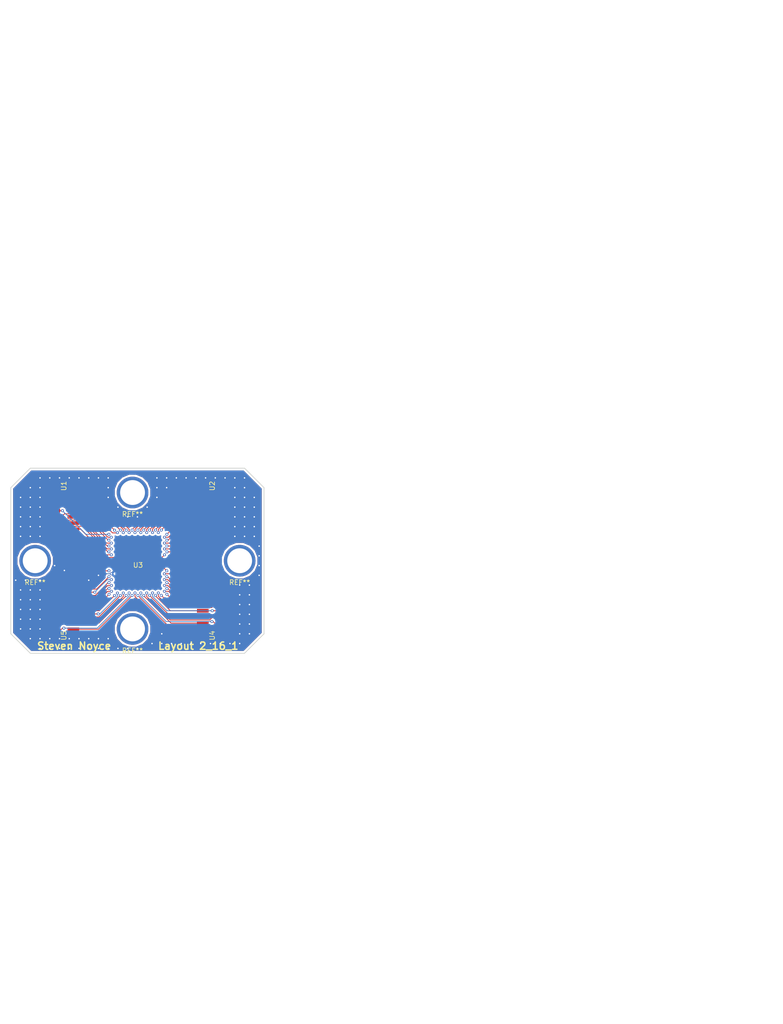
<source format=kicad_pcb>
(kicad_pcb (version 4) (host pcbnew 4.0.5)

  (general
    (links 68)
    (no_connects 0)
    (area 122.742381 -10.100001 283.600001 200.100001)
    (thickness 1.6)
    (drawings 11)
    (tracks 541)
    (zones 0)
    (modules 9)
    (nets 69)
  )

  (page A4)
  (layers
    (0 F.Cu signal)
    (31 B.Cu signal)
    (32 B.Adhes user)
    (33 F.Adhes user)
    (34 B.Paste user)
    (35 F.Paste user)
    (36 B.SilkS user)
    (37 F.SilkS user)
    (38 B.Mask user)
    (39 F.Mask user)
    (40 Dwgs.User user)
    (41 Cmts.User user)
    (42 Eco1.User user)
    (43 Eco2.User user)
    (44 Edge.Cuts user)
    (45 Margin user)
    (46 B.CrtYd user)
    (47 F.CrtYd user)
    (48 B.Fab user)
    (49 F.Fab user)
  )

  (setup
    (last_trace_width 0.16)
    (user_trace_width 0.254)
    (trace_clearance 0.16)
    (zone_clearance 0.4)
    (zone_45_only no)
    (trace_min 0.16)
    (segment_width 0.2)
    (edge_width 0.15)
    (via_size 0.6)
    (via_drill 0.3)
    (via_min_size 0.6)
    (via_min_drill 0.3)
    (uvia_size 0.6)
    (uvia_drill 0.3)
    (uvias_allowed no)
    (uvia_min_size 0.6)
    (uvia_min_drill 0.1)
    (pcb_text_width 0.3)
    (pcb_text_size 1.5 1.5)
    (mod_edge_width 0.15)
    (mod_text_size 1 1)
    (mod_text_width 0.15)
    (pad_size 1.2 2.5)
    (pad_drill 0)
    (pad_to_mask_clearance 0.2)
    (aux_axis_origin 0 0)
    (visible_elements FFFFFF7F)
    (pcbplotparams
      (layerselection 0x010f8_80000001)
      (usegerberextensions false)
      (excludeedgelayer true)
      (linewidth 0.100000)
      (plotframeref false)
      (viasonmask false)
      (mode 1)
      (useauxorigin false)
      (hpglpennumber 1)
      (hpglpenspeed 20)
      (hpglpendiameter 15)
      (hpglpenoverlay 2)
      (psnegative false)
      (psa4output false)
      (plotreference true)
      (plotvalue true)
      (plotinvisibletext false)
      (padsonsilk false)
      (subtractmaskfromsilk false)
      (outputformat 1)
      (mirror false)
      (drillshape 0)
      (scaleselection 1)
      (outputdirectory Gerbers/))
  )

  (net 0 "")
  (net 1 GND)
  (net 2 1)
  (net 3 2)
  (net 4 3)
  (net 5 5)
  (net 6 6)
  (net 7 7)
  (net 8 8)
  (net 9 9)
  (net 10 10)
  (net 11 11)
  (net 12 12)
  (net 13 13)
  (net 14 14)
  (net 15 15)
  (net 16 16)
  (net 17 17)
  (net 18 18)
  (net 19 19)
  (net 20 20)
  (net 21 21)
  (net 22 22)
  (net 23 23)
  (net 24 24)
  (net 25 25)
  (net 26 26)
  (net 27 27)
  (net 28 28)
  (net 29 29)
  (net 30 30)
  (net 31 31)
  (net 32 32)
  (net 33 33)
  (net 34 34)
  (net 35 35)
  (net 36 36)
  (net 37 37)
  (net 38 38)
  (net 39 39)
  (net 40 40)
  (net 41 41)
  (net 42 42)
  (net 43 43)
  (net 44 44)
  (net 45 45)
  (net 46 46)
  (net 47 47)
  (net 48 48)
  (net 49 49)
  (net 50 50)
  (net 51 51)
  (net 52 52)
  (net 53 53)
  (net 54 54)
  (net 55 55)
  (net 56 56)
  (net 57 57)
  (net 58 58)
  (net 59 59)
  (net 60 60)
  (net 61 61)
  (net 62 62)
  (net 63 63)
  (net 64 64)
  (net 65 65)
  (net 66 66)
  (net 67 67)
  (net 68 68)

  (net_class Default "This is the default net class."
    (clearance 0.16)
    (trace_width 0.16)
    (via_dia 0.6)
    (via_drill 0.3)
    (uvia_dia 0.6)
    (uvia_drill 0.3)
    (add_net 1)
    (add_net 10)
    (add_net 11)
    (add_net 12)
    (add_net 13)
    (add_net 14)
    (add_net 15)
    (add_net 16)
    (add_net 17)
    (add_net 18)
    (add_net 19)
    (add_net 2)
    (add_net 20)
    (add_net 21)
    (add_net 22)
    (add_net 23)
    (add_net 24)
    (add_net 25)
    (add_net 26)
    (add_net 27)
    (add_net 28)
    (add_net 29)
    (add_net 3)
    (add_net 30)
    (add_net 31)
    (add_net 32)
    (add_net 33)
    (add_net 34)
    (add_net 35)
    (add_net 36)
    (add_net 37)
    (add_net 38)
    (add_net 39)
    (add_net 40)
    (add_net 41)
    (add_net 42)
    (add_net 43)
    (add_net 44)
    (add_net 45)
    (add_net 46)
    (add_net 47)
    (add_net 48)
    (add_net 49)
    (add_net 5)
    (add_net 50)
    (add_net 51)
    (add_net 52)
    (add_net 53)
    (add_net 54)
    (add_net 55)
    (add_net 56)
    (add_net 57)
    (add_net 58)
    (add_net 59)
    (add_net 6)
    (add_net 60)
    (add_net 61)
    (add_net 62)
    (add_net 63)
    (add_net 64)
    (add_net 65)
    (add_net 66)
    (add_net 67)
    (add_net 68)
    (add_net 7)
    (add_net 8)
    (add_net 9)
    (add_net GND)
  )

  (module "NoyceLibrary:Headers_SMD_1.27_2x9_(mult_00060T4LF)" (layer F.Cu) (tedit 5A946820) (tstamp 5A946DCA)
    (at 135.89 96 90)
    (path /5A947401)
    (solder_mask_margin 0.2)
    (solder_paste_margin -0.1)
    (fp_text reference U1 (at 6.35 0 90) (layer F.SilkS)
      (effects (font (size 1 1) (thickness 0.15)))
    )
    (fp_text value "Headers_SMD_2x9_(part_95157-240LF)" (at 0 -6 90) (layer F.Fab)
      (effects (font (size 1 1) (thickness 0.15)))
    )
    (pad 1 smd rect (at -5.08 1.95 90) (size 0.76 2.4) (layers F.Cu F.Paste F.Mask)
      (net 2 1))
    (pad 2 smd rect (at -5.08 -1.95 90) (size 0.76 2.4) (layers F.Cu F.Paste F.Mask)
      (net 3 2))
    (pad 3 smd rect (at -3.81 1.95 90) (size 0.76 2.4) (layers F.Cu F.Paste F.Mask)
      (net 4 3))
    (pad 4 smd rect (at -3.81 -1.95 90) (size 0.76 2.4) (layers F.Cu F.Paste F.Mask)
      (net 1 GND))
    (pad 5 smd rect (at -2.54 1.95 90) (size 0.76 2.4) (layers F.Cu F.Paste F.Mask)
      (net 5 5))
    (pad 6 smd rect (at -2.54 -1.95 90) (size 0.76 2.4) (layers F.Cu F.Paste F.Mask)
      (net 6 6))
    (pad 7 smd rect (at -1.27 1.95 90) (size 0.76 2.4) (layers F.Cu F.Paste F.Mask)
      (net 7 7))
    (pad 8 smd rect (at -1.27 -1.95 90) (size 0.76 2.4) (layers F.Cu F.Paste F.Mask)
      (net 8 8))
    (pad 9 smd rect (at 0 1.95 90) (size 0.76 2.4) (layers F.Cu F.Paste F.Mask)
      (net 9 9))
    (pad 10 smd rect (at 0 -1.95 90) (size 0.76 2.4) (layers F.Cu F.Paste F.Mask)
      (net 10 10))
    (pad 11 smd rect (at 1.27 1.95 90) (size 0.76 2.4) (layers F.Cu F.Paste F.Mask)
      (net 11 11))
    (pad 12 smd rect (at 1.27 -1.95 90) (size 0.76 2.4) (layers F.Cu F.Paste F.Mask)
      (net 12 12))
    (pad 13 smd rect (at 2.54 1.95 90) (size 0.76 2.4) (layers F.Cu F.Paste F.Mask)
      (net 13 13))
    (pad 14 smd rect (at 2.54 -1.95 90) (size 0.76 2.4) (layers F.Cu F.Paste F.Mask)
      (net 14 14))
    (pad 15 smd rect (at 3.81 1.95 90) (size 0.76 2.4) (layers F.Cu F.Paste F.Mask)
      (net 15 15))
    (pad 16 smd rect (at 3.81 -1.95 90) (size 0.76 2.4) (layers F.Cu F.Paste F.Mask)
      (net 16 16))
    (pad 17 smd rect (at 5.08 1.95 90) (size 0.76 2.4) (layers F.Cu F.Paste F.Mask)
      (net 17 17))
    (pad 18 smd rect (at 5.08 -1.95 90) (size 0.76 2.4) (layers F.Cu F.Paste F.Mask)
      (net 18 18))
  )

  (module "NoyceLibrary:Headers_SMD_1.27_2x9_(mult_00060T4LF)" (layer F.Cu) (tedit 5A946820) (tstamp 5A946DE0)
    (at 166.37 96 270)
    (path /5A94743D)
    (solder_mask_margin 0.2)
    (solder_paste_margin -0.1)
    (fp_text reference U2 (at -6.35 0 270) (layer F.SilkS)
      (effects (font (size 1 1) (thickness 0.15)))
    )
    (fp_text value "Headers_SMD_2x9_(part_95157-240LF)" (at 0 -6 270) (layer F.Fab)
      (effects (font (size 1 1) (thickness 0.15)))
    )
    (pad 1 smd rect (at -5.08 1.95 270) (size 0.76 2.4) (layers F.Cu F.Paste F.Mask)
      (net 19 19))
    (pad 2 smd rect (at -5.08 -1.95 270) (size 0.76 2.4) (layers F.Cu F.Paste F.Mask)
      (net 20 20))
    (pad 3 smd rect (at -3.81 1.95 270) (size 0.76 2.4) (layers F.Cu F.Paste F.Mask)
      (net 21 21))
    (pad 4 smd rect (at -3.81 -1.95 270) (size 0.76 2.4) (layers F.Cu F.Paste F.Mask)
      (net 22 22))
    (pad 5 smd rect (at -2.54 1.95 270) (size 0.76 2.4) (layers F.Cu F.Paste F.Mask)
      (net 23 23))
    (pad 6 smd rect (at -2.54 -1.95 270) (size 0.76 2.4) (layers F.Cu F.Paste F.Mask)
      (net 24 24))
    (pad 7 smd rect (at -1.27 1.95 270) (size 0.76 2.4) (layers F.Cu F.Paste F.Mask)
      (net 25 25))
    (pad 8 smd rect (at -1.27 -1.95 270) (size 0.76 2.4) (layers F.Cu F.Paste F.Mask)
      (net 26 26))
    (pad 9 smd rect (at 0 1.95 270) (size 0.76 2.4) (layers F.Cu F.Paste F.Mask)
      (net 27 27))
    (pad 10 smd rect (at 0 -1.95 270) (size 0.76 2.4) (layers F.Cu F.Paste F.Mask)
      (net 28 28))
    (pad 11 smd rect (at 1.27 1.95 270) (size 0.76 2.4) (layers F.Cu F.Paste F.Mask)
      (net 29 29))
    (pad 12 smd rect (at 1.27 -1.95 270) (size 0.76 2.4) (layers F.Cu F.Paste F.Mask)
      (net 30 30))
    (pad 13 smd rect (at 2.54 1.95 270) (size 0.76 2.4) (layers F.Cu F.Paste F.Mask)
      (net 31 31))
    (pad 14 smd rect (at 2.54 -1.95 270) (size 0.76 2.4) (layers F.Cu F.Paste F.Mask)
      (net 32 32))
    (pad 15 smd rect (at 3.81 1.95 270) (size 0.76 2.4) (layers F.Cu F.Paste F.Mask)
      (net 33 33))
    (pad 16 smd rect (at 3.81 -1.95 270) (size 0.76 2.4) (layers F.Cu F.Paste F.Mask)
      (net 34 34))
    (pad 17 smd rect (at 5.08 1.95 270) (size 0.76 2.4) (layers F.Cu F.Paste F.Mask)
      (net 35 35))
    (pad 18 smd rect (at 5.08 -1.95 270) (size 0.76 2.4) (layers F.Cu F.Paste F.Mask)
      (net 36 36))
  )

  (module NoyceLibrary:Layout_2_Pogos_1 (layer F.Cu) (tedit 5A945CDC) (tstamp 5A946F58)
    (at 151.13 105.41)
    (path /5913392C)
    (fp_text reference U3 (at 0 0.5) (layer F.SilkS)
      (effects (font (size 1 1) (thickness 0.15)))
    )
    (fp_text value "68_PLCC_Socket_(8468-21B1-RK-TP)" (at 0 -8.75) (layer F.Fab)
      (effects (font (size 1 1) (thickness 0.15)))
    )
    (fp_line (start -5.35 -1.15) (end -5.81 -1.15) (layer Dwgs.User) (width 0.1))
    (fp_line (start -5.81 -1.15) (end -5.81 -1.26) (layer Dwgs.User) (width 0.1))
    (fp_line (start -5.81 -1.26) (end -5.35 -1.26) (layer Dwgs.User) (width 0.1))
    (fp_line (start -5.35 -1.26) (end -5.35 -1.15) (layer Dwgs.User) (width 0.1))
    (fp_line (start -5.81 1.3) (end -5.81 1.19) (layer Dwgs.User) (width 0.1))
    (fp_line (start -5.81 1.19) (end -5.35 1.19) (layer Dwgs.User) (width 0.1))
    (fp_line (start -5.35 1.19) (end -5.35 1.3) (layer Dwgs.User) (width 0.1))
    (fp_line (start -5.35 1.3) (end -5.81 1.3) (layer Dwgs.User) (width 0.1))
    (fp_line (start -5.81 -0.955) (end -5.81 -1.055) (layer Dwgs.User) (width 0.1))
    (fp_line (start -5.81 -1.055) (end -5.35 -1.055) (layer Dwgs.User) (width 0.1))
    (fp_line (start -5.35 -1.055) (end -5.35 -0.955) (layer Dwgs.User) (width 0.1))
    (fp_line (start -5.35 -0.955) (end -5.81 -0.955) (layer Dwgs.User) (width 0.1))
    (fp_line (start -5.81 1.095) (end -5.81 0.995) (layer Dwgs.User) (width 0.1))
    (fp_line (start -5.81 0.995) (end -5.35 0.995) (layer Dwgs.User) (width 0.1))
    (fp_line (start -5.35 0.995) (end -5.35 1.095) (layer Dwgs.User) (width 0.1))
    (fp_line (start -5.35 1.095) (end -5.81 1.095) (layer Dwgs.User) (width 0.1))
    (fp_line (start -5.81 -0.765) (end -5.81 -0.865) (layer Dwgs.User) (width 0.1))
    (fp_line (start -5.81 -0.865) (end -5.35 -0.865) (layer Dwgs.User) (width 0.1))
    (fp_line (start -5.35 -0.865) (end -5.35 -0.765) (layer Dwgs.User) (width 0.1))
    (fp_line (start -5.35 -0.765) (end -5.81 -0.765) (layer Dwgs.User) (width 0.1))
    (fp_line (start -5.81 0.905) (end -5.81 0.805) (layer Dwgs.User) (width 0.1))
    (fp_line (start -5.81 0.805) (end -5.35 0.805) (layer Dwgs.User) (width 0.1))
    (fp_line (start -5.35 0.805) (end -5.35 0.905) (layer Dwgs.User) (width 0.1))
    (fp_line (start -5.35 0.905) (end -5.81 0.905) (layer Dwgs.User) (width 0.1))
    (fp_line (start -5.81 -0.575) (end -5.81 -0.675) (layer Dwgs.User) (width 0.1))
    (fp_line (start -5.81 -0.675) (end -5.35 -0.675) (layer Dwgs.User) (width 0.1))
    (fp_line (start -5.35 -0.675) (end -5.35 -0.575) (layer Dwgs.User) (width 0.1))
    (fp_line (start -5.35 -0.575) (end -5.81 -0.575) (layer Dwgs.User) (width 0.1))
    (fp_line (start -5.81 0.715) (end -5.81 0.615) (layer Dwgs.User) (width 0.1))
    (fp_line (start -5.81 0.615) (end -5.35 0.615) (layer Dwgs.User) (width 0.1))
    (fp_line (start -5.35 0.615) (end -5.35 0.715) (layer Dwgs.User) (width 0.1))
    (fp_line (start -5.35 0.715) (end -5.81 0.715) (layer Dwgs.User) (width 0.1))
    (fp_line (start -5.06 6.95) (end -5.06 6.09) (layer Dwgs.User) (width 0.1))
    (fp_line (start -5.06 6.09) (end -4.6 6.09) (layer Dwgs.User) (width 0.1))
    (fp_line (start -4.6 6.09) (end -4.6 6.95) (layer Dwgs.User) (width 0.1))
    (fp_line (start -4.6 6.95) (end -5.06 6.95) (layer Dwgs.User) (width 0.1))
    (fp_line (start -4.46 6.95) (end -4.46 6.09) (layer Dwgs.User) (width 0.1))
    (fp_line (start -4.46 6.09) (end -4 6.09) (layer Dwgs.User) (width 0.1))
    (fp_line (start -4 6.09) (end -4 6.95) (layer Dwgs.User) (width 0.1))
    (fp_line (start -4 6.95) (end -4.46 6.95) (layer Dwgs.User) (width 0.1))
    (fp_line (start -3.86 6.95) (end -3.86 6.09) (layer Dwgs.User) (width 0.1))
    (fp_line (start -3.86 6.09) (end -3.4 6.09) (layer Dwgs.User) (width 0.1))
    (fp_line (start -3.4 6.09) (end -3.4 6.95) (layer Dwgs.User) (width 0.1))
    (fp_line (start -3.4 6.95) (end -3.86 6.95) (layer Dwgs.User) (width 0.1))
    (fp_line (start -3.26 6.95) (end -3.26 6.09) (layer Dwgs.User) (width 0.1))
    (fp_line (start -3.26 6.09) (end -2.8 6.09) (layer Dwgs.User) (width 0.1))
    (fp_line (start -2.8 6.09) (end -2.8 6.95) (layer Dwgs.User) (width 0.1))
    (fp_line (start -2.8 6.95) (end -3.26 6.95) (layer Dwgs.User) (width 0.1))
    (fp_line (start -2.66 6.95) (end -2.66 6.09) (layer Dwgs.User) (width 0.1))
    (fp_line (start -2.66 6.09) (end -2.2 6.09) (layer Dwgs.User) (width 0.1))
    (fp_line (start -2.2 6.09) (end -2.2 6.95) (layer Dwgs.User) (width 0.1))
    (fp_line (start -2.2 6.95) (end -2.66 6.95) (layer Dwgs.User) (width 0.1))
    (fp_line (start -2.06 6.95) (end -2.06 6.09) (layer Dwgs.User) (width 0.1))
    (fp_line (start -2.06 6.09) (end -1.6 6.09) (layer Dwgs.User) (width 0.1))
    (fp_line (start -1.6 6.09) (end -1.6 6.95) (layer Dwgs.User) (width 0.1))
    (fp_line (start -1.6 6.95) (end -2.06 6.95) (layer Dwgs.User) (width 0.1))
    (fp_line (start -1.46 6.95) (end -1.46 6.09) (layer Dwgs.User) (width 0.1))
    (fp_line (start -1.46 6.09) (end -1 6.09) (layer Dwgs.User) (width 0.1))
    (fp_line (start -1 6.09) (end -1 6.95) (layer Dwgs.User) (width 0.1))
    (fp_line (start -1 6.95) (end -1.46 6.95) (layer Dwgs.User) (width 0.1))
    (fp_line (start -0.86 6.95) (end -0.86 6.09) (layer Dwgs.User) (width 0.1))
    (fp_line (start -0.86 6.09) (end -0.4 6.09) (layer Dwgs.User) (width 0.1))
    (fp_line (start -0.4 6.09) (end -0.4 6.95) (layer Dwgs.User) (width 0.1))
    (fp_line (start -0.4 6.95) (end -0.86 6.95) (layer Dwgs.User) (width 0.1))
    (fp_line (start -0.26 6.95) (end -0.26 6.09) (layer Dwgs.User) (width 0.1))
    (fp_line (start -0.26 6.09) (end 0.2 6.09) (layer Dwgs.User) (width 0.1))
    (fp_line (start 0.2 6.09) (end 0.2 6.95) (layer Dwgs.User) (width 0.1))
    (fp_line (start 0.2 6.95) (end -0.26 6.95) (layer Dwgs.User) (width 0.1))
    (fp_line (start 0.34 6.95) (end 0.34 6.09) (layer Dwgs.User) (width 0.1))
    (fp_line (start 0.34 6.09) (end 0.8 6.09) (layer Dwgs.User) (width 0.1))
    (fp_line (start 0.8 6.09) (end 0.8 6.95) (layer Dwgs.User) (width 0.1))
    (fp_line (start 0.8 6.95) (end 0.34 6.95) (layer Dwgs.User) (width 0.1))
    (fp_line (start 0.94 6.95) (end 0.94 6.09) (layer Dwgs.User) (width 0.1))
    (fp_line (start 0.94 6.09) (end 1.4 6.09) (layer Dwgs.User) (width 0.1))
    (fp_line (start 1.4 6.09) (end 1.4 6.95) (layer Dwgs.User) (width 0.1))
    (fp_line (start 1.4 6.95) (end 0.94 6.95) (layer Dwgs.User) (width 0.1))
    (fp_line (start 1.54 6.95) (end 1.54 6.09) (layer Dwgs.User) (width 0.1))
    (fp_line (start 1.54 6.09) (end 2 6.09) (layer Dwgs.User) (width 0.1))
    (fp_line (start 2 6.09) (end 2 6.95) (layer Dwgs.User) (width 0.1))
    (fp_line (start 2 6.95) (end 1.54 6.95) (layer Dwgs.User) (width 0.1))
    (fp_line (start 2.14 6.95) (end 2.14 6.09) (layer Dwgs.User) (width 0.1))
    (fp_line (start 2.14 6.09) (end 2.6 6.09) (layer Dwgs.User) (width 0.1))
    (fp_line (start 2.6 6.09) (end 2.6 6.95) (layer Dwgs.User) (width 0.1))
    (fp_line (start 2.6 6.95) (end 2.14 6.95) (layer Dwgs.User) (width 0.1))
    (fp_line (start -6.21 4.9) (end -6.21 4.44) (layer Dwgs.User) (width 0.1))
    (fp_line (start -6.21 4.44) (end -5.35 4.44) (layer Dwgs.User) (width 0.1))
    (fp_line (start -5.35 4.44) (end -5.35 4.9) (layer Dwgs.User) (width 0.1))
    (fp_line (start -5.35 4.9) (end -6.21 4.9) (layer Dwgs.User) (width 0.1))
    (fp_line (start -6.21 4.3) (end -6.21 3.84) (layer Dwgs.User) (width 0.1))
    (fp_line (start -6.21 3.84) (end -5.35 3.84) (layer Dwgs.User) (width 0.1))
    (fp_line (start -5.35 3.84) (end -5.35 4.3) (layer Dwgs.User) (width 0.1))
    (fp_line (start -5.35 4.3) (end -6.21 4.3) (layer Dwgs.User) (width 0.1))
    (fp_line (start -6.21 3.7) (end -6.21 3.24) (layer Dwgs.User) (width 0.1))
    (fp_line (start -6.21 3.24) (end -5.35 3.24) (layer Dwgs.User) (width 0.1))
    (fp_line (start -5.35 3.24) (end -5.35 3.7) (layer Dwgs.User) (width 0.1))
    (fp_line (start -5.35 3.7) (end -6.21 3.7) (layer Dwgs.User) (width 0.1))
    (fp_line (start -6.21 3.1) (end -6.21 2.64) (layer Dwgs.User) (width 0.1))
    (fp_line (start -6.21 2.64) (end -5.35 2.64) (layer Dwgs.User) (width 0.1))
    (fp_line (start -5.35 2.64) (end -5.35 3.1) (layer Dwgs.User) (width 0.1))
    (fp_line (start -5.35 3.1) (end -6.21 3.1) (layer Dwgs.User) (width 0.1))
    (fp_line (start -6.21 2.5) (end -6.21 2.04) (layer Dwgs.User) (width 0.1))
    (fp_line (start -6.21 2.04) (end -5.35 2.04) (layer Dwgs.User) (width 0.1))
    (fp_line (start -5.35 2.04) (end -5.35 2.5) (layer Dwgs.User) (width 0.1))
    (fp_line (start -5.35 2.5) (end -6.21 2.5) (layer Dwgs.User) (width 0.1))
    (fp_line (start -6.21 1.9) (end -6.21 1.44) (layer Dwgs.User) (width 0.1))
    (fp_line (start -6.21 1.44) (end -5.35 1.44) (layer Dwgs.User) (width 0.1))
    (fp_line (start -5.35 1.44) (end -5.35 1.9) (layer Dwgs.User) (width 0.1))
    (fp_line (start -5.35 1.9) (end -6.21 1.9) (layer Dwgs.User) (width 0.1))
    (fp_line (start 5.29 6.1) (end 5.29 5.64) (layer Dwgs.User) (width 0.1))
    (fp_line (start 5.29 5.64) (end 6.15 5.64) (layer Dwgs.User) (width 0.1))
    (fp_line (start 6.15 5.64) (end 6.15 6.1) (layer Dwgs.User) (width 0.1))
    (fp_line (start 6.15 6.1) (end 5.29 6.1) (layer Dwgs.User) (width 0.1))
    (fp_line (start 5.29 5.5) (end 5.29 5.04) (layer Dwgs.User) (width 0.1))
    (fp_line (start 5.29 5.04) (end 6.15 5.04) (layer Dwgs.User) (width 0.1))
    (fp_line (start 6.15 5.04) (end 6.15 5.5) (layer Dwgs.User) (width 0.1))
    (fp_line (start 6.15 5.5) (end 5.29 5.5) (layer Dwgs.User) (width 0.1))
    (fp_line (start 5.29 4.9) (end 5.29 4.44) (layer Dwgs.User) (width 0.1))
    (fp_line (start 5.29 4.44) (end 6.15 4.44) (layer Dwgs.User) (width 0.1))
    (fp_line (start 6.15 4.44) (end 6.15 4.9) (layer Dwgs.User) (width 0.1))
    (fp_line (start 6.15 4.9) (end 5.29 4.9) (layer Dwgs.User) (width 0.1))
    (fp_line (start 5.29 4.3) (end 5.29 3.84) (layer Dwgs.User) (width 0.1))
    (fp_line (start 5.29 3.84) (end 6.15 3.84) (layer Dwgs.User) (width 0.1))
    (fp_line (start 6.15 3.84) (end 6.15 4.3) (layer Dwgs.User) (width 0.1))
    (fp_line (start 6.15 4.3) (end 5.29 4.3) (layer Dwgs.User) (width 0.1))
    (fp_line (start 5.29 3.7) (end 5.29 3.24) (layer Dwgs.User) (width 0.1))
    (fp_line (start 5.29 3.24) (end 6.15 3.24) (layer Dwgs.User) (width 0.1))
    (fp_line (start 6.15 3.24) (end 6.15 3.7) (layer Dwgs.User) (width 0.1))
    (fp_line (start 6.15 3.7) (end 5.29 3.7) (layer Dwgs.User) (width 0.1))
    (fp_line (start 5.29 3.1) (end 5.29 2.64) (layer Dwgs.User) (width 0.1))
    (fp_line (start 5.29 2.64) (end 6.15 2.64) (layer Dwgs.User) (width 0.1))
    (fp_line (start 6.15 2.64) (end 6.15 3.1) (layer Dwgs.User) (width 0.1))
    (fp_line (start 6.15 3.1) (end 5.29 3.1) (layer Dwgs.User) (width 0.1))
    (fp_line (start 5.29 2.5) (end 5.29 2.04) (layer Dwgs.User) (width 0.1))
    (fp_line (start 5.29 2.04) (end 6.15 2.04) (layer Dwgs.User) (width 0.1))
    (fp_line (start 6.15 2.04) (end 6.15 2.5) (layer Dwgs.User) (width 0.1))
    (fp_line (start 6.15 2.5) (end 5.29 2.5) (layer Dwgs.User) (width 0.1))
    (fp_line (start 5.29 1.9) (end 5.29 1.44) (layer Dwgs.User) (width 0.1))
    (fp_line (start 5.29 1.44) (end 6.15 1.44) (layer Dwgs.User) (width 0.1))
    (fp_line (start 6.15 1.44) (end 6.15 1.9) (layer Dwgs.User) (width 0.1))
    (fp_line (start 6.15 1.9) (end 5.29 1.9) (layer Dwgs.User) (width 0.1))
    (fp_line (start -6.21 -1.4) (end -6.21 -1.86) (layer Dwgs.User) (width 0.1))
    (fp_line (start -6.21 -1.86) (end -5.35 -1.86) (layer Dwgs.User) (width 0.1))
    (fp_line (start -5.35 -1.86) (end -5.35 -1.4) (layer Dwgs.User) (width 0.1))
    (fp_line (start -5.35 -1.4) (end -6.21 -1.4) (layer Dwgs.User) (width 0.1))
    (fp_line (start -6.21 -2) (end -6.21 -2.46) (layer Dwgs.User) (width 0.1))
    (fp_line (start -6.21 -2.46) (end -5.35 -2.46) (layer Dwgs.User) (width 0.1))
    (fp_line (start -5.35 -2.46) (end -5.35 -2) (layer Dwgs.User) (width 0.1))
    (fp_line (start -5.35 -2) (end -6.21 -2) (layer Dwgs.User) (width 0.1))
    (fp_line (start -6.21 -2.6) (end -6.21 -3.06) (layer Dwgs.User) (width 0.1))
    (fp_line (start -6.21 -3.06) (end -5.35 -3.06) (layer Dwgs.User) (width 0.1))
    (fp_line (start -5.35 -3.06) (end -5.35 -2.6) (layer Dwgs.User) (width 0.1))
    (fp_line (start -5.35 -2.6) (end -6.21 -2.6) (layer Dwgs.User) (width 0.1))
    (fp_line (start -6.21 -3.2) (end -6.21 -3.66) (layer Dwgs.User) (width 0.1))
    (fp_line (start -6.21 -3.66) (end -5.35 -3.66) (layer Dwgs.User) (width 0.1))
    (fp_line (start -5.35 -3.66) (end -5.35 -3.2) (layer Dwgs.User) (width 0.1))
    (fp_line (start -5.35 -3.2) (end -6.21 -3.2) (layer Dwgs.User) (width 0.1))
    (fp_line (start -6.21 -3.8) (end -6.21 -4.26) (layer Dwgs.User) (width 0.1))
    (fp_line (start -6.21 -4.26) (end -5.35 -4.26) (layer Dwgs.User) (width 0.1))
    (fp_line (start -5.35 -4.26) (end -5.35 -3.8) (layer Dwgs.User) (width 0.1))
    (fp_line (start -5.35 -3.8) (end -6.21 -3.8) (layer Dwgs.User) (width 0.1))
    (fp_line (start -6.21 -4.4) (end -6.21 -4.86) (layer Dwgs.User) (width 0.1))
    (fp_line (start -6.21 -4.86) (end -5.35 -4.86) (layer Dwgs.User) (width 0.1))
    (fp_line (start -5.35 -4.86) (end -5.35 -4.4) (layer Dwgs.User) (width 0.1))
    (fp_line (start -5.35 -4.4) (end -6.21 -4.4) (layer Dwgs.User) (width 0.1))
    (fp_line (start -6.21 -5) (end -6.21 -5.46) (layer Dwgs.User) (width 0.1))
    (fp_line (start -6.21 -5.46) (end -5.35 -5.46) (layer Dwgs.User) (width 0.1))
    (fp_line (start -5.35 -5.46) (end -5.35 -5) (layer Dwgs.User) (width 0.1))
    (fp_line (start -5.35 -5) (end -6.21 -5) (layer Dwgs.User) (width 0.1))
    (fp_line (start -6.21 -5.6) (end -6.21 -6.06) (layer Dwgs.User) (width 0.1))
    (fp_line (start -6.21 -6.06) (end -5.35 -6.06) (layer Dwgs.User) (width 0.1))
    (fp_line (start -5.35 -6.06) (end -5.35 -5.6) (layer Dwgs.User) (width 0.1))
    (fp_line (start -5.35 -5.6) (end -6.21 -5.6) (layer Dwgs.User) (width 0.1))
    (fp_line (start 5.29 -1.4) (end 5.29 -1.86) (layer Dwgs.User) (width 0.1))
    (fp_line (start 5.29 -1.86) (end 6.15 -1.86) (layer Dwgs.User) (width 0.1))
    (fp_line (start 6.15 -1.86) (end 6.15 -1.4) (layer Dwgs.User) (width 0.1))
    (fp_line (start 6.15 -1.4) (end 5.29 -1.4) (layer Dwgs.User) (width 0.1))
    (fp_line (start 5.29 -2) (end 5.29 -2.46) (layer Dwgs.User) (width 0.1))
    (fp_line (start 5.29 -2.46) (end 6.15 -2.46) (layer Dwgs.User) (width 0.1))
    (fp_line (start 6.15 -2.46) (end 6.15 -2) (layer Dwgs.User) (width 0.1))
    (fp_line (start 6.15 -2) (end 5.29 -2) (layer Dwgs.User) (width 0.1))
    (fp_line (start 5.29 -2.6) (end 5.29 -3.06) (layer Dwgs.User) (width 0.1))
    (fp_line (start 5.29 -3.06) (end 6.15 -3.06) (layer Dwgs.User) (width 0.1))
    (fp_line (start 6.15 -3.06) (end 6.15 -2.6) (layer Dwgs.User) (width 0.1))
    (fp_line (start 6.15 -2.6) (end 5.29 -2.6) (layer Dwgs.User) (width 0.1))
    (fp_line (start 5.29 -3.2) (end 5.29 -3.66) (layer Dwgs.User) (width 0.1))
    (fp_line (start 5.29 -3.66) (end 6.15 -3.66) (layer Dwgs.User) (width 0.1))
    (fp_line (start 6.15 -3.66) (end 6.15 -3.2) (layer Dwgs.User) (width 0.1))
    (fp_line (start 6.15 -3.2) (end 5.29 -3.2) (layer Dwgs.User) (width 0.1))
    (fp_line (start 5.29 -3.8) (end 5.29 -4.26) (layer Dwgs.User) (width 0.1))
    (fp_line (start 5.29 -4.26) (end 6.15 -4.26) (layer Dwgs.User) (width 0.1))
    (fp_line (start 6.15 -4.26) (end 6.15 -3.8) (layer Dwgs.User) (width 0.1))
    (fp_line (start 6.15 -3.8) (end 5.29 -3.8) (layer Dwgs.User) (width 0.1))
    (fp_line (start 5.29 -4.4) (end 5.29 -4.86) (layer Dwgs.User) (width 0.1))
    (fp_line (start 5.29 -4.86) (end 6.15 -4.86) (layer Dwgs.User) (width 0.1))
    (fp_line (start 6.15 -4.86) (end 6.15 -4.4) (layer Dwgs.User) (width 0.1))
    (fp_line (start 6.15 -4.4) (end 5.29 -4.4) (layer Dwgs.User) (width 0.1))
    (fp_line (start 5.29 -5) (end 5.29 -5.46) (layer Dwgs.User) (width 0.1))
    (fp_line (start 5.29 -5.46) (end 6.15 -5.46) (layer Dwgs.User) (width 0.1))
    (fp_line (start 6.15 -5.46) (end 6.15 -5) (layer Dwgs.User) (width 0.1))
    (fp_line (start 6.15 -5) (end 5.29 -5) (layer Dwgs.User) (width 0.1))
    (fp_line (start 5.29 -5.6) (end 5.29 -6.06) (layer Dwgs.User) (width 0.1))
    (fp_line (start 5.29 -6.06) (end 6.15 -6.06) (layer Dwgs.User) (width 0.1))
    (fp_line (start 6.15 -6.06) (end 6.15 -5.6) (layer Dwgs.User) (width 0.1))
    (fp_line (start 6.15 -5.6) (end 5.29 -5.6) (layer Dwgs.User) (width 0.1))
    (fp_line (start 5.29 6.7) (end 5.29 6.24) (layer Dwgs.User) (width 0.1))
    (fp_line (start 5.29 6.24) (end 6.15 6.24) (layer Dwgs.User) (width 0.1))
    (fp_line (start 6.15 6.24) (end 6.15 6.7) (layer Dwgs.User) (width 0.1))
    (fp_line (start 6.15 6.7) (end 5.29 6.7) (layer Dwgs.User) (width 0.1))
    (fp_line (start -6.21 6.7) (end -6.21 6.24) (layer Dwgs.User) (width 0.1))
    (fp_line (start -6.21 6.24) (end -5.35 6.24) (layer Dwgs.User) (width 0.1))
    (fp_line (start -5.35 6.24) (end -5.35 6.7) (layer Dwgs.User) (width 0.1))
    (fp_line (start -5.35 6.7) (end -6.21 6.7) (layer Dwgs.User) (width 0.1))
    (fp_line (start -5.35 5.5) (end -6.21 5.5) (layer Dwgs.User) (width 0.1))
    (fp_line (start -5.35 5.04) (end -5.35 5.5) (layer Dwgs.User) (width 0.1))
    (fp_line (start -6.21 5.04) (end -5.35 5.04) (layer Dwgs.User) (width 0.1))
    (fp_line (start -6.21 5.5) (end -6.21 5.04) (layer Dwgs.User) (width 0.1))
    (fp_line (start -5.35 6.1) (end -6.21 6.1) (layer Dwgs.User) (width 0.1))
    (fp_line (start -5.35 5.64) (end -5.35 6.1) (layer Dwgs.User) (width 0.1))
    (fp_line (start -6.21 5.64) (end -5.35 5.64) (layer Dwgs.User) (width 0.1))
    (fp_line (start -6.21 6.1) (end -6.21 5.64) (layer Dwgs.User) (width 0.1))
    (fp_line (start 5 -6.05) (end 4.54 -6.05) (layer Dwgs.User) (width 0.1))
    (fp_line (start 5 -6.91) (end 5 -6.05) (layer Dwgs.User) (width 0.1))
    (fp_line (start 4.54 -6.91) (end 5 -6.91) (layer Dwgs.User) (width 0.1))
    (fp_line (start 4.54 -6.05) (end 4.54 -6.91) (layer Dwgs.User) (width 0.1))
    (fp_line (start 4.4 -6.05) (end 3.94 -6.05) (layer Dwgs.User) (width 0.1))
    (fp_line (start 4.4 -6.91) (end 4.4 -6.05) (layer Dwgs.User) (width 0.1))
    (fp_line (start 3.94 -6.91) (end 4.4 -6.91) (layer Dwgs.User) (width 0.1))
    (fp_line (start 3.94 -6.05) (end 3.94 -6.91) (layer Dwgs.User) (width 0.1))
    (fp_line (start 3.8 -6.05) (end 3.34 -6.05) (layer Dwgs.User) (width 0.1))
    (fp_line (start 3.8 -6.91) (end 3.8 -6.05) (layer Dwgs.User) (width 0.1))
    (fp_line (start 3.34 -6.91) (end 3.8 -6.91) (layer Dwgs.User) (width 0.1))
    (fp_line (start 3.34 -6.05) (end 3.34 -6.91) (layer Dwgs.User) (width 0.1))
    (fp_line (start 3.2 -6.05) (end 2.74 -6.05) (layer Dwgs.User) (width 0.1))
    (fp_line (start 3.2 -6.91) (end 3.2 -6.05) (layer Dwgs.User) (width 0.1))
    (fp_line (start 2.74 -6.91) (end 3.2 -6.91) (layer Dwgs.User) (width 0.1))
    (fp_line (start 2.74 -6.05) (end 2.74 -6.91) (layer Dwgs.User) (width 0.1))
    (fp_line (start 2.6 -6.05) (end 2.14 -6.05) (layer Dwgs.User) (width 0.1))
    (fp_line (start 2.6 -6.91) (end 2.6 -6.05) (layer Dwgs.User) (width 0.1))
    (fp_line (start 2.14 -6.91) (end 2.6 -6.91) (layer Dwgs.User) (width 0.1))
    (fp_line (start 2.14 -6.05) (end 2.14 -6.91) (layer Dwgs.User) (width 0.1))
    (fp_line (start 2 -6.05) (end 1.54 -6.05) (layer Dwgs.User) (width 0.1))
    (fp_line (start 2 -6.91) (end 2 -6.05) (layer Dwgs.User) (width 0.1))
    (fp_line (start 1.54 -6.91) (end 2 -6.91) (layer Dwgs.User) (width 0.1))
    (fp_line (start 1.54 -6.05) (end 1.54 -6.91) (layer Dwgs.User) (width 0.1))
    (fp_line (start 1.4 -6.05) (end 0.94 -6.05) (layer Dwgs.User) (width 0.1))
    (fp_line (start 1.4 -6.91) (end 1.4 -6.05) (layer Dwgs.User) (width 0.1))
    (fp_line (start 0.94 -6.91) (end 1.4 -6.91) (layer Dwgs.User) (width 0.1))
    (fp_line (start 0.94 -6.05) (end 0.94 -6.91) (layer Dwgs.User) (width 0.1))
    (fp_line (start 0.8 -6.05) (end 0.34 -6.05) (layer Dwgs.User) (width 0.1))
    (fp_line (start 0.8 -6.91) (end 0.8 -6.05) (layer Dwgs.User) (width 0.1))
    (fp_line (start 0.34 -6.91) (end 0.8 -6.91) (layer Dwgs.User) (width 0.1))
    (fp_line (start 0.34 -6.05) (end 0.34 -6.91) (layer Dwgs.User) (width 0.1))
    (fp_line (start 0.2 -6.05) (end -0.26 -6.05) (layer Dwgs.User) (width 0.1))
    (fp_line (start 0.2 -6.91) (end 0.2 -6.05) (layer Dwgs.User) (width 0.1))
    (fp_line (start -0.26 -6.91) (end 0.2 -6.91) (layer Dwgs.User) (width 0.1))
    (fp_line (start -0.26 -6.05) (end -0.26 -6.91) (layer Dwgs.User) (width 0.1))
    (fp_line (start -0.4 -6.05) (end -0.86 -6.05) (layer Dwgs.User) (width 0.1))
    (fp_line (start -0.4 -6.91) (end -0.4 -6.05) (layer Dwgs.User) (width 0.1))
    (fp_line (start -0.86 -6.91) (end -0.4 -6.91) (layer Dwgs.User) (width 0.1))
    (fp_line (start -0.86 -6.05) (end -0.86 -6.91) (layer Dwgs.User) (width 0.1))
    (fp_line (start -1 -6.05) (end -1.46 -6.05) (layer Dwgs.User) (width 0.1))
    (fp_line (start -1 -6.91) (end -1 -6.05) (layer Dwgs.User) (width 0.1))
    (fp_line (start -1.46 -6.91) (end -1 -6.91) (layer Dwgs.User) (width 0.1))
    (fp_line (start -1.46 -6.05) (end -1.46 -6.91) (layer Dwgs.User) (width 0.1))
    (fp_line (start -1.6 -6.05) (end -2.06 -6.05) (layer Dwgs.User) (width 0.1))
    (fp_line (start -1.6 -6.91) (end -1.6 -6.05) (layer Dwgs.User) (width 0.1))
    (fp_line (start -2.06 -6.91) (end -1.6 -6.91) (layer Dwgs.User) (width 0.1))
    (fp_line (start -2.06 -6.05) (end -2.06 -6.91) (layer Dwgs.User) (width 0.1))
    (fp_line (start -2.2 -6.05) (end -2.66 -6.05) (layer Dwgs.User) (width 0.1))
    (fp_line (start -2.2 -6.91) (end -2.2 -6.05) (layer Dwgs.User) (width 0.1))
    (fp_line (start -2.66 -6.91) (end -2.2 -6.91) (layer Dwgs.User) (width 0.1))
    (fp_line (start -2.66 -6.05) (end -2.66 -6.91) (layer Dwgs.User) (width 0.1))
    (fp_line (start -2.8 -6.05) (end -3.26 -6.05) (layer Dwgs.User) (width 0.1))
    (fp_line (start -2.8 -6.91) (end -2.8 -6.05) (layer Dwgs.User) (width 0.1))
    (fp_line (start -3.26 -6.91) (end -2.8 -6.91) (layer Dwgs.User) (width 0.1))
    (fp_line (start -3.26 -6.05) (end -3.26 -6.91) (layer Dwgs.User) (width 0.1))
    (fp_line (start -3.4 -6.05) (end -3.86 -6.05) (layer Dwgs.User) (width 0.1))
    (fp_line (start -3.4 -6.91) (end -3.4 -6.05) (layer Dwgs.User) (width 0.1))
    (fp_line (start -3.86 -6.91) (end -3.4 -6.91) (layer Dwgs.User) (width 0.1))
    (fp_line (start -3.86 -6.05) (end -3.86 -6.91) (layer Dwgs.User) (width 0.1))
    (fp_line (start -4 -6.05) (end -4.46 -6.05) (layer Dwgs.User) (width 0.1))
    (fp_line (start -4 -6.91) (end -4 -6.05) (layer Dwgs.User) (width 0.1))
    (fp_line (start -4.46 -6.91) (end -4 -6.91) (layer Dwgs.User) (width 0.1))
    (fp_line (start -4.46 -6.05) (end -4.46 -6.91) (layer Dwgs.User) (width 0.1))
    (fp_line (start -4.6 -6.05) (end -5.06 -6.05) (layer Dwgs.User) (width 0.1))
    (fp_line (start -4.6 -6.91) (end -4.6 -6.05) (layer Dwgs.User) (width 0.1))
    (fp_line (start -5.06 -6.91) (end -4.6 -6.91) (layer Dwgs.User) (width 0.1))
    (fp_line (start -5.06 -6.05) (end -5.06 -6.91) (layer Dwgs.User) (width 0.1))
    (fp_line (start 5 6.95) (end 4.54 6.95) (layer Dwgs.User) (width 0.1))
    (fp_line (start 5 6.09) (end 5 6.95) (layer Dwgs.User) (width 0.1))
    (fp_line (start 4.54 6.09) (end 5 6.09) (layer Dwgs.User) (width 0.1))
    (fp_line (start 4.54 6.95) (end 4.54 6.09) (layer Dwgs.User) (width 0.1))
    (fp_line (start 4.4 6.95) (end 3.94 6.95) (layer Dwgs.User) (width 0.1))
    (fp_line (start 4.4 6.09) (end 4.4 6.95) (layer Dwgs.User) (width 0.1))
    (fp_line (start 3.94 6.09) (end 4.4 6.09) (layer Dwgs.User) (width 0.1))
    (fp_line (start 3.94 6.95) (end 3.94 6.09) (layer Dwgs.User) (width 0.1))
    (fp_line (start 3.8 6.95) (end 3.34 6.95) (layer Dwgs.User) (width 0.1))
    (fp_line (start 3.8 6.09) (end 3.8 6.95) (layer Dwgs.User) (width 0.1))
    (fp_line (start 3.34 6.09) (end 3.8 6.09) (layer Dwgs.User) (width 0.1))
    (fp_line (start 3.34 6.95) (end 3.34 6.09) (layer Dwgs.User) (width 0.1))
    (fp_line (start 3.2 6.95) (end 2.74 6.95) (layer Dwgs.User) (width 0.1))
    (fp_line (start 3.2 6.09) (end 3.2 6.95) (layer Dwgs.User) (width 0.1))
    (fp_line (start 2.74 6.09) (end 3.2 6.09) (layer Dwgs.User) (width 0.1))
    (fp_line (start 2.74 6.95) (end 2.74 6.09) (layer Dwgs.User) (width 0.1))
    (pad 1 thru_hole circle (at -5.49 -1.63) (size 0.606 0.606) (drill 0.3) (layers *.Cu *.Mask)
      (net 5 5) (solder_mask_margin 0.019))
    (pad 2 thru_hole circle (at -5.99 -2.23) (size 0.606 0.606) (drill 0.3) (layers *.Cu *.Mask)
      (net 6 6) (solder_mask_margin 0.019))
    (pad 3 thru_hole circle (at -5.49 -2.83) (size 0.606 0.606) (drill 0.3) (layers *.Cu *.Mask)
      (net 7 7) (solder_mask_margin 0.019))
    (pad 4 thru_hole circle (at -5.99 -3.43) (size 0.606 0.606) (drill 0.3) (layers *.Cu *.Mask)
      (net 8 8) (solder_mask_margin 0.019))
    (pad 5 thru_hole circle (at -5.5 -4.03) (size 0.606 0.606) (drill 0.3) (layers *.Cu *.Mask)
      (net 9 9) (solder_mask_margin 0.019))
    (pad 6 thru_hole circle (at -6 -4.63) (size 0.606 0.606) (drill 0.3) (layers *.Cu *.Mask)
      (net 10 10) (solder_mask_margin 0.019))
    (pad 7 thru_hole circle (at -5.5 -5.23) (size 0.606 0.606) (drill 0.3) (layers *.Cu *.Mask)
      (net 11 11) (solder_mask_margin 0.019))
    (pad 8 thru_hole circle (at -6 -5.83) (size 0.606 0.606) (drill 0.3) (layers *.Cu *.Mask)
      (net 12 12) (solder_mask_margin 0.019))
    (pad 42 thru_hole circle (at 5.92 6.47) (size 0.606 0.606) (drill 0.3) (layers *.Cu *.Mask)
      (net 44 44) (solder_mask_margin 0.019))
    (pad 41 thru_hole circle (at 5.42 5.87) (size 0.606 0.606) (drill 0.3) (layers *.Cu *.Mask)
      (net 43 43) (solder_mask_margin 0.019))
    (pad 40 thru_hole circle (at 5.92 5.27) (size 0.606 0.606) (drill 0.3) (layers *.Cu *.Mask)
      (net 42 42) (solder_mask_margin 0.019))
    (pad 39 thru_hole circle (at 5.42 4.67) (size 0.606 0.606) (drill 0.3) (layers *.Cu *.Mask)
      (net 41 41) (solder_mask_margin 0.019))
    (pad 38 thru_hole circle (at 5.91 4.07) (size 0.606 0.606) (drill 0.3) (layers *.Cu *.Mask)
      (net 40 40) (solder_mask_margin 0.019))
    (pad 37 thru_hole circle (at 5.41 3.47) (size 0.606 0.606) (drill 0.3) (layers *.Cu *.Mask)
      (net 39 39) (solder_mask_margin 0.019))
    (pad 36 thru_hole circle (at 5.91 2.87) (size 0.606 0.606) (drill 0.3) (layers *.Cu *.Mask)
      (net 38 38) (solder_mask_margin 0.019))
    (pad 35 thru_hole circle (at 5.41 2.27) (size 0.606 0.606) (drill 0.3) (layers *.Cu *.Mask)
      (net 37 37) (solder_mask_margin 0.019))
    (pad 34 thru_hole circle (at 5.9 1.67) (size 0.606 0.606) (drill 0.3) (layers *.Cu *.Mask)
      (net 3 2) (solder_mask_margin 0.019))
    (pad 60 thru_hole circle (at -5.953999 6.468727 180) (size 0.606 0.606) (drill 0.3) (layers *.Cu *.Mask)
      (net 62 62) (solder_mask_margin 0.019))
    (pad 61 thru_hole circle (at -5.463999 5.868727 180) (size 0.606 0.606) (drill 0.3) (layers *.Cu *.Mask)
      (net 63 63) (solder_mask_margin 0.019))
    (pad 62 thru_hole circle (at -5.963999 5.268727 180) (size 0.606 0.606) (drill 0.3) (layers *.Cu *.Mask)
      (net 64 64) (solder_mask_margin 0.019))
    (pad 63 thru_hole circle (at -5.463999 4.668727 180) (size 0.606 0.606) (drill 0.3) (layers *.Cu *.Mask)
      (net 65 65) (solder_mask_margin 0.019))
    (pad 64 thru_hole circle (at -5.963999 4.068727 180) (size 0.606 0.606) (drill 0.3) (layers *.Cu *.Mask)
      (net 66 66) (solder_mask_margin 0.019))
    (pad 65 thru_hole circle (at -5.473999 3.468727 180) (size 0.606 0.606) (drill 0.3) (layers *.Cu *.Mask)
      (net 67 67) (solder_mask_margin 0.019))
    (pad 66 thru_hole circle (at -5.973999 2.868727 180) (size 0.606 0.606) (drill 0.3) (layers *.Cu *.Mask)
      (net 68 68) (solder_mask_margin 0.019))
    (pad 67 thru_hole circle (at -5.473999 2.268727 180) (size 0.606 0.606) (drill 0.3) (layers *.Cu *.Mask)
      (net 1 GND) (solder_mask_margin 0.019))
    (pad 68 thru_hole circle (at -5.973999 1.668727 180) (size 0.606 0.606) (drill 0.3) (layers *.Cu *.Mask)
      (net 4 3) (solder_mask_margin 0.019))
    (pad 59 thru_hole circle (at -4.83 6.73 90) (size 0.606 0.606) (drill 0.3) (layers *.Cu *.Mask)
      (net 61 61) (solder_mask_margin 0.019))
    (pad 58 thru_hole circle (at -4.23 6.23 90) (size 0.606 0.606) (drill 0.3) (layers *.Cu *.Mask)
      (net 60 60) (solder_mask_margin 0.019))
    (pad 57 thru_hole circle (at -3.63 6.73 90) (size 0.606 0.606) (drill 0.3) (layers *.Cu *.Mask)
      (net 59 59) (solder_mask_margin 0.019))
    (pad 56 thru_hole circle (at -3.03 6.23 90) (size 0.606 0.606) (drill 0.3) (layers *.Cu *.Mask)
      (net 58 58) (solder_mask_margin 0.019))
    (pad 55 thru_hole circle (at -2.43 6.72 90) (size 0.606 0.606) (drill 0.3) (layers *.Cu *.Mask)
      (net 57 57) (solder_mask_margin 0.019))
    (pad 54 thru_hole circle (at -1.83 6.22 90) (size 0.606 0.606) (drill 0.3) (layers *.Cu *.Mask)
      (net 56 56) (solder_mask_margin 0.019))
    (pad 53 thru_hole circle (at -1.23 6.72 90) (size 0.606 0.606) (drill 0.3) (layers *.Cu *.Mask)
      (net 55 55) (solder_mask_margin 0.019))
    (pad 52 thru_hole circle (at -0.63 6.22 90) (size 0.606 0.606) (drill 0.3) (layers *.Cu *.Mask)
      (net 54 54) (solder_mask_margin 0.019))
    (pad 43 thru_hole circle (at 4.77 6.7 270) (size 0.606 0.606) (drill 0.3) (layers *.Cu *.Mask)
      (net 45 45) (solder_mask_margin 0.019))
    (pad 44 thru_hole circle (at 4.17 6.21 270) (size 0.606 0.606) (drill 0.3) (layers *.Cu *.Mask)
      (net 46 46) (solder_mask_margin 0.019))
    (pad 45 thru_hole circle (at 3.57 6.71 270) (size 0.606 0.606) (drill 0.3) (layers *.Cu *.Mask)
      (net 47 47) (solder_mask_margin 0.019))
    (pad 46 thru_hole circle (at 2.97 6.21 270) (size 0.606 0.606) (drill 0.3) (layers *.Cu *.Mask)
      (net 48 48) (solder_mask_margin 0.019))
    (pad 47 thru_hole circle (at 2.37 6.71 270) (size 0.606 0.606) (drill 0.3) (layers *.Cu *.Mask)
      (net 49 49) (solder_mask_margin 0.019))
    (pad 48 thru_hole circle (at 1.77 6.22 270) (size 0.606 0.606) (drill 0.3) (layers *.Cu *.Mask)
      (net 50 50) (solder_mask_margin 0.019))
    (pad 49 thru_hole circle (at 1.17 6.72 270) (size 0.606 0.606) (drill 0.3) (layers *.Cu *.Mask)
      (net 51 51) (solder_mask_margin 0.019))
    (pad 50 thru_hole circle (at 0.57 6.22 270) (size 0.606 0.606) (drill 0.3) (layers *.Cu *.Mask)
      (net 52 52) (solder_mask_margin 0.019))
    (pad 51 thru_hole circle (at -0.03 6.72 270) (size 0.606 0.606) (drill 0.3) (layers *.Cu *.Mask)
      (net 53 53) (solder_mask_margin 0.019))
    (pad 25 thru_hole circle (at 4.77 -6.7 270) (size 0.606 0.606) (drill 0.3) (layers *.Cu *.Mask)
      (net 29 29) (solder_mask_margin 0.019))
    (pad 24 thru_hole circle (at 4.17 -6.2 270) (size 0.606 0.606) (drill 0.3) (layers *.Cu *.Mask)
      (net 28 28) (solder_mask_margin 0.019))
    (pad 23 thru_hole circle (at 3.57 -6.7 270) (size 0.606 0.606) (drill 0.3) (layers *.Cu *.Mask)
      (net 27 27) (solder_mask_margin 0.019))
    (pad 22 thru_hole circle (at 2.97 -6.2 270) (size 0.606 0.606) (drill 0.3) (layers *.Cu *.Mask)
      (net 26 26) (solder_mask_margin 0.019))
    (pad 21 thru_hole circle (at 2.37 -6.69 270) (size 0.606 0.606) (drill 0.3) (layers *.Cu *.Mask)
      (net 25 25) (solder_mask_margin 0.019))
    (pad 20 thru_hole circle (at 1.77 -6.19 270) (size 0.606 0.606) (drill 0.3) (layers *.Cu *.Mask)
      (net 24 24) (solder_mask_margin 0.019))
    (pad 19 thru_hole circle (at 1.17 -6.69 270) (size 0.606 0.606) (drill 0.3) (layers *.Cu *.Mask)
      (net 23 23) (solder_mask_margin 0.019))
    (pad 18 thru_hole circle (at 0.57 -6.19 270) (size 0.606 0.606) (drill 0.3) (layers *.Cu *.Mask)
      (net 22 22) (solder_mask_margin 0.019))
    (pad 17 thru_hole circle (at -0.03 -6.69 90) (size 0.606 0.606) (drill 0.3) (layers *.Cu *.Mask)
      (net 21 21) (solder_mask_margin 0.019))
    (pad 16 thru_hole circle (at -0.63 -6.19 90) (size 0.606 0.606) (drill 0.3) (layers *.Cu *.Mask)
      (net 20 20) (solder_mask_margin 0.019))
    (pad 15 thru_hole circle (at -1.23 -6.69 90) (size 0.606 0.606) (drill 0.3) (layers *.Cu *.Mask)
      (net 19 19) (solder_mask_margin 0.019))
    (pad 14 thru_hole circle (at -1.83 -6.19 90) (size 0.606 0.606) (drill 0.3) (layers *.Cu *.Mask)
      (net 18 18) (solder_mask_margin 0.019))
    (pad 13 thru_hole circle (at -2.43 -6.68 90) (size 0.606 0.606) (drill 0.3) (layers *.Cu *.Mask)
      (net 17 17) (solder_mask_margin 0.019))
    (pad 12 thru_hole circle (at -3.03 -6.18 90) (size 0.606 0.606) (drill 0.3) (layers *.Cu *.Mask)
      (net 16 16) (solder_mask_margin 0.019))
    (pad 11 thru_hole circle (at -3.63 -6.68 90) (size 0.606 0.606) (drill 0.3) (layers *.Cu *.Mask)
      (net 15 15) (solder_mask_margin 0.019))
    (pad 10 thru_hole circle (at -4.23 -6.18 90) (size 0.606 0.606) (drill 0.3) (layers *.Cu *.Mask)
      (net 14 14) (solder_mask_margin 0.019))
    (pad 9 thru_hole circle (at -4.83 -6.67 90) (size 0.606 0.606) (drill 0.3) (layers *.Cu *.Mask)
      (net 13 13) (solder_mask_margin 0.019))
    (pad 26 thru_hole circle (at 5.92 -5.83) (size 0.606 0.606) (drill 0.3) (layers *.Cu *.Mask)
      (net 30 30) (solder_mask_margin 0.019))
    (pad 27 thru_hole circle (at 5.43 -5.23) (size 0.606 0.606) (drill 0.3) (layers *.Cu *.Mask)
      (net 31 31) (solder_mask_margin 0.019))
    (pad 28 thru_hole circle (at 5.93 -4.63) (size 0.606 0.606) (drill 0.3) (layers *.Cu *.Mask)
      (net 32 32) (solder_mask_margin 0.019))
    (pad 29 thru_hole circle (at 5.43 -4.03) (size 0.606 0.606) (drill 0.3) (layers *.Cu *.Mask)
      (net 33 33) (solder_mask_margin 0.019))
    (pad 30 thru_hole circle (at 5.93 -3.43) (size 0.606 0.606) (drill 0.3) (layers *.Cu *.Mask)
      (net 34 34) (solder_mask_margin 0.019))
    (pad 31 thru_hole circle (at 5.44 -2.83) (size 0.606 0.606) (drill 0.3) (layers *.Cu *.Mask)
      (net 35 35) (solder_mask_margin 0.019))
    (pad 32 thru_hole circle (at 5.94 -2.23) (size 0.606 0.606) (drill 0.3) (layers *.Cu *.Mask)
      (net 36 36) (solder_mask_margin 0.019))
    (pad 33 thru_hole circle (at 5.44 -1.63) (size 0.606 0.606) (drill 0.3) (layers *.Cu *.Mask)
      (net 2 1) (solder_mask_margin 0.019))
  )

  (module "NoyceLibrary:Headers_SMD_1.27_2x9_(mult_00060T4LF)" (layer F.Cu) (tedit 5A946820) (tstamp 5A946F6E)
    (at 166.37 114 270)
    (path /5A94746C)
    (solder_mask_margin 0.2)
    (solder_paste_margin -0.1)
    (fp_text reference U4 (at 6.35 0 270) (layer F.SilkS)
      (effects (font (size 1 1) (thickness 0.15)))
    )
    (fp_text value "Headers_SMD_2x9_(part_95157-240LF)" (at 0 -6 270) (layer F.Fab)
      (effects (font (size 1 1) (thickness 0.15)))
    )
    (pad 1 smd rect (at -5.08 1.95 270) (size 0.76 2.4) (layers F.Cu F.Paste F.Mask)
      (net 37 37))
    (pad 2 smd rect (at -5.08 -1.95 270) (size 0.76 2.4) (layers F.Cu F.Paste F.Mask)
      (net 38 38))
    (pad 3 smd rect (at -3.81 1.95 270) (size 0.76 2.4) (layers F.Cu F.Paste F.Mask)
      (net 39 39))
    (pad 4 smd rect (at -3.81 -1.95 270) (size 0.76 2.4) (layers F.Cu F.Paste F.Mask)
      (net 40 40))
    (pad 5 smd rect (at -2.54 1.95 270) (size 0.76 2.4) (layers F.Cu F.Paste F.Mask)
      (net 41 41))
    (pad 6 smd rect (at -2.54 -1.95 270) (size 0.76 2.4) (layers F.Cu F.Paste F.Mask)
      (net 42 42))
    (pad 7 smd rect (at -1.27 1.95 270) (size 0.76 2.4) (layers F.Cu F.Paste F.Mask)
      (net 43 43))
    (pad 8 smd rect (at -1.27 -1.95 270) (size 0.76 2.4) (layers F.Cu F.Paste F.Mask)
      (net 44 44))
    (pad 9 smd rect (at 0 1.95 270) (size 0.76 2.4) (layers F.Cu F.Paste F.Mask)
      (net 45 45))
    (pad 10 smd rect (at 0 -1.95 270) (size 0.76 2.4) (layers F.Cu F.Paste F.Mask)
      (net 46 46))
    (pad 11 smd rect (at 1.27 1.95 270) (size 0.76 2.4) (layers F.Cu F.Paste F.Mask)
      (net 47 47))
    (pad 12 smd rect (at 1.27 -1.95 270) (size 0.76 2.4) (layers F.Cu F.Paste F.Mask)
      (net 48 48))
    (pad 13 smd rect (at 2.54 1.95 270) (size 0.76 2.4) (layers F.Cu F.Paste F.Mask)
      (net 49 49))
    (pad 14 smd rect (at 2.54 -1.95 270) (size 0.76 2.4) (layers F.Cu F.Paste F.Mask)
      (net 50 50))
    (pad 15 smd rect (at 3.81 1.95 270) (size 0.76 2.4) (layers F.Cu F.Paste F.Mask)
      (net 51 51))
    (pad 16 smd rect (at 3.81 -1.95 270) (size 0.76 2.4) (layers F.Cu F.Paste F.Mask)
      (net 52 52))
    (pad 17 smd rect (at 5.08 1.95 270) (size 0.76 2.4) (layers F.Cu F.Paste F.Mask)
      (net 53 53))
    (pad 18 smd rect (at 5.08 -1.95 270) (size 0.76 2.4) (layers F.Cu F.Paste F.Mask)
      (net 54 54))
  )

  (module "NoyceLibrary:Headers_SMD_1.27_2x9_(mult_00060T4LF)" (layer F.Cu) (tedit 5A946820) (tstamp 5A946F84)
    (at 135.89 114 90)
    (path /5A9474B3)
    (solder_mask_margin 0.2)
    (solder_paste_margin -0.1)
    (fp_text reference U5 (at -6.35 0 90) (layer F.SilkS)
      (effects (font (size 1 1) (thickness 0.15)))
    )
    (fp_text value "Headers_SMD_2x9_(part_95157-240LF)" (at 0 -6 90) (layer F.Fab)
      (effects (font (size 1 1) (thickness 0.15)))
    )
    (pad 1 smd rect (at -5.08 1.95 90) (size 0.76 2.4) (layers F.Cu F.Paste F.Mask)
      (net 55 55))
    (pad 2 smd rect (at -5.08 -1.95 90) (size 0.76 2.4) (layers F.Cu F.Paste F.Mask)
      (net 56 56))
    (pad 3 smd rect (at -3.81 1.95 90) (size 0.76 2.4) (layers F.Cu F.Paste F.Mask)
      (net 57 57))
    (pad 4 smd rect (at -3.81 -1.95 90) (size 0.76 2.4) (layers F.Cu F.Paste F.Mask)
      (net 58 58))
    (pad 5 smd rect (at -2.54 1.95 90) (size 0.76 2.4) (layers F.Cu F.Paste F.Mask)
      (net 59 59))
    (pad 6 smd rect (at -2.54 -1.95 90) (size 0.76 2.4) (layers F.Cu F.Paste F.Mask)
      (net 60 60))
    (pad 7 smd rect (at -1.27 1.95 90) (size 0.76 2.4) (layers F.Cu F.Paste F.Mask)
      (net 61 61))
    (pad 8 smd rect (at -1.27 -1.95 90) (size 0.76 2.4) (layers F.Cu F.Paste F.Mask)
      (net 62 62))
    (pad 9 smd rect (at 0 1.95 90) (size 0.76 2.4) (layers F.Cu F.Paste F.Mask)
      (net 63 63))
    (pad 10 smd rect (at 0 -1.95 90) (size 0.76 2.4) (layers F.Cu F.Paste F.Mask)
      (net 64 64))
    (pad 11 smd rect (at 1.27 1.95 90) (size 0.76 2.4) (layers F.Cu F.Paste F.Mask)
      (net 65 65))
    (pad 12 smd rect (at 1.27 -1.95 90) (size 0.76 2.4) (layers F.Cu F.Paste F.Mask)
      (net 66 66))
    (pad 13 smd rect (at 2.54 1.95 90) (size 0.76 2.4) (layers F.Cu F.Paste F.Mask)
      (net 67 67))
    (pad 14 smd rect (at 2.54 -1.95 90) (size 0.76 2.4) (layers F.Cu F.Paste F.Mask)
      (net 68 68))
    (pad 15 smd rect (at 3.81 1.95 90) (size 0.76 2.4) (layers F.Cu F.Paste F.Mask))
    (pad 16 smd rect (at 3.81 -1.95 90) (size 0.76 2.4) (layers F.Cu F.Paste F.Mask))
    (pad 17 smd rect (at 5.08 1.95 90) (size 0.76 2.4) (layers F.Cu F.Paste F.Mask))
    (pad 18 smd rect (at 5.08 -1.95 90) (size 0.76 2.4) (layers F.Cu F.Paste F.Mask))
  )

  (module NoyceLibrary:Magnet_Rivet_5mm (layer F.Cu) (tedit 5A943492) (tstamp 5A97A9AF)
    (at 150 91)
    (fp_text reference REF** (at 0 4.45) (layer F.SilkS)
      (effects (font (size 1 1) (thickness 0.15)))
    )
    (fp_text value Magnet_Rivet_5mm (at -0.05 -4.5) (layer F.Fab)
      (effects (font (size 1 1) (thickness 0.15)))
    )
    (pad 1 thru_hole circle (at 0 0) (size 6.5 6.5) (drill 5.1) (layers *.Cu *.Mask))
  )

  (module NoyceLibrary:Magnet_Rivet_5mm (layer F.Cu) (tedit 5A943492) (tstamp 5A97A9B4)
    (at 150 119)
    (fp_text reference REF** (at 0 4.45) (layer F.SilkS)
      (effects (font (size 1 1) (thickness 0.15)))
    )
    (fp_text value Magnet_Rivet_5mm (at -0.05 -4.5) (layer F.Fab)
      (effects (font (size 1 1) (thickness 0.15)))
    )
    (pad 1 thru_hole circle (at 0 0) (size 6.5 6.5) (drill 5.1) (layers *.Cu *.Mask))
  )

  (module NoyceLibrary:Magnet_Rivet_5mm (layer F.Cu) (tedit 5A943492) (tstamp 5A97A9B9)
    (at 172 105)
    (fp_text reference REF** (at 0 4.45) (layer F.SilkS)
      (effects (font (size 1 1) (thickness 0.15)))
    )
    (fp_text value Magnet_Rivet_5mm (at -0.05 -4.5) (layer F.Fab)
      (effects (font (size 1 1) (thickness 0.15)))
    )
    (pad 1 thru_hole circle (at 0 0) (size 6.5 6.5) (drill 5.1) (layers *.Cu *.Mask))
  )

  (module NoyceLibrary:Magnet_Rivet_5mm (layer F.Cu) (tedit 5A943492) (tstamp 5A97A9BE)
    (at 130 105)
    (fp_text reference REF** (at 0 4.45) (layer F.SilkS)
      (effects (font (size 1 1) (thickness 0.15)))
    )
    (fp_text value Magnet_Rivet_5mm (at -0.05 -4.5) (layer F.Fab)
      (effects (font (size 1 1) (thickness 0.15)))
    )
    (pad 1 thru_hole circle (at 0 0) (size 6.5 6.5) (drill 5.1) (layers *.Cu *.Mask))
  )

  (gr_text "Layout 2_16_1" (at 163.5 122.5) (layer F.SilkS)
    (effects (font (size 1.5 1.5) (thickness 0.3)))
  )
  (gr_text "Steven Noyce" (at 138 122.5) (layer F.SilkS)
    (effects (font (size 1.5 1.5) (thickness 0.3)))
  )
  (gr_line (start 125 120) (end 125 90) (layer Edge.Cuts) (width 0.15))
  (gr_line (start 129 124) (end 125 120) (layer Edge.Cuts) (width 0.15))
  (gr_line (start 173 124) (end 129 124) (layer Edge.Cuts) (width 0.15))
  (gr_line (start 177 120) (end 173 124) (layer Edge.Cuts) (width 0.15))
  (gr_line (start 177 90) (end 177 120) (layer Edge.Cuts) (width 0.15))
  (gr_line (start 173 86) (end 177 90) (layer Edge.Cuts) (width 0.15))
  (gr_line (start 129 86) (end 173 86) (layer Edge.Cuts) (width 0.15))
  (gr_line (start 125 90) (end 129 86) (layer Edge.Cuts) (width 0.15))
  (gr_line (start 283.5 -10) (end 283.5 200) (layer B.Fab) (width 0.2) (tstamp 59042820))

  (segment (start 136 107) (end 135 106) (width 0.16) (layer F.Cu) (net 1))
  (segment (start 135 106) (end 134 106) (width 0.16) (layer F.Cu) (net 1))
  (via (at 134 106) (size 0.6) (drill 0.3) (layers F.Cu B.Cu) (net 1))
  (segment (start 141 109) (end 138 109) (width 0.16) (layer B.Cu) (net 1))
  (segment (start 138 109) (end 136 107) (width 0.16) (layer B.Cu) (net 1))
  (via (at 136 107) (size 0.6) (drill 0.3) (layers F.Cu B.Cu) (net 1))
  (segment (start 143 108) (end 142 109) (width 0.16) (layer F.Cu) (net 1))
  (segment (start 142 109) (end 141 109) (width 0.16) (layer F.Cu) (net 1))
  (via (at 141 109) (size 0.6) (drill 0.3) (layers F.Cu B.Cu) (net 1))
  (segment (start 145.656001 107.678727) (end 143.321273 107.678727) (width 0.16) (layer B.Cu) (net 1))
  (segment (start 143.321273 107.678727) (end 143 108) (width 0.16) (layer B.Cu) (net 1))
  (via (at 143 108) (size 0.6) (drill 0.3) (layers F.Cu B.Cu) (net 1))
  (via (at 126 109) (size 0.6) (drill 0.3) (layers F.Cu B.Cu) (net 1))
  (segment (start 128 109) (end 126 109) (width 0.16) (layer B.Cu) (net 1))
  (segment (start 131 109) (end 128 109) (width 0.16) (layer F.Cu) (net 1))
  (via (at 128 109) (size 0.6) (drill 0.3) (layers F.Cu B.Cu) (net 1))
  (segment (start 131 111) (end 131 109) (width 0.16) (layer B.Cu) (net 1))
  (via (at 131 109) (size 0.6) (drill 0.3) (layers F.Cu B.Cu) (net 1))
  (segment (start 129 111) (end 131 111) (width 0.16) (layer F.Cu) (net 1))
  (via (at 131 111) (size 0.6) (drill 0.3) (layers F.Cu B.Cu) (net 1))
  (segment (start 127 111) (end 129 111) (width 0.16) (layer B.Cu) (net 1))
  (via (at 129 111) (size 0.6) (drill 0.3) (layers F.Cu B.Cu) (net 1))
  (segment (start 127 113) (end 127 111) (width 0.16) (layer F.Cu) (net 1))
  (via (at 127 111) (size 0.6) (drill 0.3) (layers F.Cu B.Cu) (net 1))
  (segment (start 129 113) (end 127 113) (width 0.16) (layer B.Cu) (net 1))
  (via (at 127 113) (size 0.6) (drill 0.3) (layers F.Cu B.Cu) (net 1))
  (segment (start 131 113) (end 129 113) (width 0.16) (layer F.Cu) (net 1))
  (via (at 129 113) (size 0.6) (drill 0.3) (layers F.Cu B.Cu) (net 1))
  (segment (start 131 115) (end 131 113) (width 0.16) (layer B.Cu) (net 1))
  (via (at 131 113) (size 0.6) (drill 0.3) (layers F.Cu B.Cu) (net 1))
  (segment (start 129 115) (end 131 115) (width 0.16) (layer F.Cu) (net 1))
  (via (at 131 115) (size 0.6) (drill 0.3) (layers F.Cu B.Cu) (net 1))
  (segment (start 127 115) (end 129 115) (width 0.16) (layer B.Cu) (net 1))
  (via (at 129 115) (size 0.6) (drill 0.3) (layers F.Cu B.Cu) (net 1))
  (segment (start 127 117) (end 127 115) (width 0.16) (layer F.Cu) (net 1))
  (via (at 127 115) (size 0.6) (drill 0.3) (layers F.Cu B.Cu) (net 1))
  (segment (start 129 117) (end 127 117) (width 0.16) (layer B.Cu) (net 1))
  (via (at 127 117) (size 0.6) (drill 0.3) (layers F.Cu B.Cu) (net 1))
  (segment (start 131 117) (end 129 117) (width 0.16) (layer F.Cu) (net 1))
  (via (at 129 117) (size 0.6) (drill 0.3) (layers F.Cu B.Cu) (net 1))
  (segment (start 131 119) (end 131 117) (width 0.16) (layer B.Cu) (net 1))
  (via (at 131 117) (size 0.6) (drill 0.3) (layers F.Cu B.Cu) (net 1))
  (segment (start 129 119) (end 131 119) (width 0.16) (layer F.Cu) (net 1))
  (via (at 131 119) (size 0.6) (drill 0.3) (layers F.Cu B.Cu) (net 1))
  (segment (start 127 119) (end 129 119) (width 0.16) (layer B.Cu) (net 1))
  (via (at 129 119) (size 0.6) (drill 0.3) (layers F.Cu B.Cu) (net 1))
  (segment (start 129 121) (end 127 119) (width 0.16) (layer F.Cu) (net 1))
  (via (at 127 119) (size 0.6) (drill 0.3) (layers F.Cu B.Cu) (net 1))
  (segment (start 131 123) (end 129 121) (width 0.16) (layer B.Cu) (net 1))
  (via (at 129 121) (size 0.6) (drill 0.3) (layers F.Cu B.Cu) (net 1))
  (segment (start 131 121) (end 131 123) (width 0.16) (layer F.Cu) (net 1))
  (via (at 131 123) (size 0.6) (drill 0.3) (layers F.Cu B.Cu) (net 1))
  (segment (start 133 121) (end 131 121) (width 0.16) (layer B.Cu) (net 1))
  (via (at 131 121) (size 0.6) (drill 0.3) (layers F.Cu B.Cu) (net 1))
  (segment (start 133 123) (end 133 121) (width 0.16) (layer F.Cu) (net 1))
  (via (at 133 121) (size 0.6) (drill 0.3) (layers F.Cu B.Cu) (net 1))
  (segment (start 135 123) (end 133 123) (width 0.16) (layer B.Cu) (net 1))
  (via (at 133 123) (size 0.6) (drill 0.3) (layers F.Cu B.Cu) (net 1))
  (segment (start 135 121) (end 135 123) (width 0.16) (layer F.Cu) (net 1))
  (via (at 135 123) (size 0.6) (drill 0.3) (layers F.Cu B.Cu) (net 1))
  (segment (start 137 121) (end 135 121) (width 0.16) (layer B.Cu) (net 1))
  (via (at 135 121) (size 0.6) (drill 0.3) (layers F.Cu B.Cu) (net 1))
  (segment (start 137 123) (end 137 121) (width 0.16) (layer F.Cu) (net 1))
  (via (at 137 121) (size 0.6) (drill 0.3) (layers F.Cu B.Cu) (net 1))
  (segment (start 139 123) (end 137 123) (width 0.16) (layer B.Cu) (net 1))
  (via (at 137 123) (size 0.6) (drill 0.3) (layers F.Cu B.Cu) (net 1))
  (segment (start 139 121) (end 139 123) (width 0.16) (layer F.Cu) (net 1))
  (via (at 139 123) (size 0.6) (drill 0.3) (layers F.Cu B.Cu) (net 1))
  (segment (start 141 121) (end 139 121) (width 0.16) (layer B.Cu) (net 1))
  (via (at 139 121) (size 0.6) (drill 0.3) (layers F.Cu B.Cu) (net 1))
  (segment (start 141 123) (end 141 121) (width 0.16) (layer F.Cu) (net 1))
  (via (at 141 121) (size 0.6) (drill 0.3) (layers F.Cu B.Cu) (net 1))
  (segment (start 143 123) (end 141 123) (width 0.16) (layer B.Cu) (net 1))
  (via (at 141 123) (size 0.6) (drill 0.3) (layers F.Cu B.Cu) (net 1))
  (segment (start 143 121) (end 143 123) (width 0.16) (layer F.Cu) (net 1))
  (via (at 143 123) (size 0.6) (drill 0.3) (layers F.Cu B.Cu) (net 1))
  (segment (start 145 121) (end 143 121) (width 0.16) (layer B.Cu) (net 1))
  (via (at 143 121) (size 0.6) (drill 0.3) (layers F.Cu B.Cu) (net 1))
  (segment (start 145 123) (end 145 121) (width 0.16) (layer F.Cu) (net 1))
  (via (at 145 121) (size 0.6) (drill 0.3) (layers F.Cu B.Cu) (net 1))
  (segment (start 147 123) (end 145 123) (width 0.16) (layer B.Cu) (net 1))
  (via (at 145 123) (size 0.6) (drill 0.3) (layers F.Cu B.Cu) (net 1))
  (segment (start 149 123) (end 147 123) (width 0.16) (layer F.Cu) (net 1))
  (via (at 147 123) (size 0.6) (drill 0.3) (layers F.Cu B.Cu) (net 1))
  (segment (start 151 123) (end 149 123) (width 0.16) (layer B.Cu) (net 1))
  (via (at 149 123) (size 0.6) (drill 0.3) (layers F.Cu B.Cu) (net 1))
  (segment (start 156 120) (end 153 123) (width 0.16) (layer F.Cu) (net 1))
  (segment (start 153 123) (end 151 123) (width 0.16) (layer F.Cu) (net 1))
  (via (at 151 123) (size 0.6) (drill 0.3) (layers F.Cu B.Cu) (net 1))
  (segment (start 154 122) (end 156 120) (width 0.16) (layer B.Cu) (net 1))
  (via (at 156 120) (size 0.6) (drill 0.3) (layers F.Cu B.Cu) (net 1))
  (segment (start 156 122) (end 154 122) (width 0.16) (layer F.Cu) (net 1))
  (via (at 154 122) (size 0.6) (drill 0.3) (layers F.Cu B.Cu) (net 1))
  (segment (start 158 122) (end 156 122) (width 0.16) (layer B.Cu) (net 1))
  (via (at 156 122) (size 0.6) (drill 0.3) (layers F.Cu B.Cu) (net 1))
  (segment (start 160 122) (end 158 122) (width 0.16) (layer F.Cu) (net 1))
  (via (at 158 122) (size 0.6) (drill 0.3) (layers F.Cu B.Cu) (net 1))
  (segment (start 162 122) (end 160 122) (width 0.16) (layer B.Cu) (net 1))
  (via (at 160 122) (size 0.6) (drill 0.3) (layers F.Cu B.Cu) (net 1))
  (segment (start 164 122) (end 162 122) (width 0.16) (layer F.Cu) (net 1))
  (via (at 162 122) (size 0.6) (drill 0.3) (layers F.Cu B.Cu) (net 1))
  (segment (start 166 122) (end 164 122) (width 0.16) (layer B.Cu) (net 1))
  (via (at 164 122) (size 0.6) (drill 0.3) (layers F.Cu B.Cu) (net 1))
  (segment (start 168 122) (end 166 122) (width 0.16) (layer F.Cu) (net 1))
  (via (at 166 122) (size 0.6) (drill 0.3) (layers F.Cu B.Cu) (net 1))
  (segment (start 170 122) (end 168 122) (width 0.16) (layer B.Cu) (net 1))
  (via (at 168 122) (size 0.6) (drill 0.3) (layers F.Cu B.Cu) (net 1))
  (segment (start 172 122) (end 170 122) (width 0.16) (layer F.Cu) (net 1))
  (via (at 170 122) (size 0.6) (drill 0.3) (layers F.Cu B.Cu) (net 1))
  (segment (start 174 120) (end 172 122) (width 0.16) (layer B.Cu) (net 1))
  (via (at 172 122) (size 0.6) (drill 0.3) (layers F.Cu B.Cu) (net 1))
  (segment (start 172 120) (end 174 120) (width 0.16) (layer F.Cu) (net 1))
  (via (at 174 120) (size 0.6) (drill 0.3) (layers F.Cu B.Cu) (net 1))
  (segment (start 172 118) (end 172 120) (width 0.16) (layer B.Cu) (net 1))
  (via (at 172 120) (size 0.6) (drill 0.3) (layers F.Cu B.Cu) (net 1))
  (segment (start 174 118) (end 172 118) (width 0.16) (layer F.Cu) (net 1))
  (via (at 172 118) (size 0.6) (drill 0.3) (layers F.Cu B.Cu) (net 1))
  (segment (start 174 116) (end 174 118) (width 0.16) (layer B.Cu) (net 1))
  (via (at 174 118) (size 0.6) (drill 0.3) (layers F.Cu B.Cu) (net 1))
  (segment (start 172 116) (end 174 116) (width 0.16) (layer F.Cu) (net 1))
  (via (at 174 116) (size 0.6) (drill 0.3) (layers F.Cu B.Cu) (net 1))
  (segment (start 172 114) (end 172 116) (width 0.16) (layer B.Cu) (net 1))
  (via (at 172 116) (size 0.6) (drill 0.3) (layers F.Cu B.Cu) (net 1))
  (segment (start 174 114) (end 172 114) (width 0.16) (layer F.Cu) (net 1))
  (via (at 172 114) (size 0.6) (drill 0.3) (layers F.Cu B.Cu) (net 1))
  (segment (start 174 112) (end 174 114) (width 0.16) (layer B.Cu) (net 1))
  (via (at 174 114) (size 0.6) (drill 0.3) (layers F.Cu B.Cu) (net 1))
  (segment (start 172 112) (end 174 112) (width 0.16) (layer F.Cu) (net 1))
  (via (at 174 112) (size 0.6) (drill 0.3) (layers F.Cu B.Cu) (net 1))
  (segment (start 172 110) (end 172 112) (width 0.16) (layer B.Cu) (net 1))
  (via (at 172 112) (size 0.6) (drill 0.3) (layers F.Cu B.Cu) (net 1))
  (segment (start 174 110) (end 172 110) (width 0.16) (layer F.Cu) (net 1))
  (via (at 172 110) (size 0.6) (drill 0.3) (layers F.Cu B.Cu) (net 1))
  (segment (start 176 108) (end 174 110) (width 0.16) (layer B.Cu) (net 1))
  (via (at 174 110) (size 0.6) (drill 0.3) (layers F.Cu B.Cu) (net 1))
  (segment (start 176 106) (end 176 108) (width 0.16) (layer F.Cu) (net 1))
  (via (at 176 108) (size 0.6) (drill 0.3) (layers F.Cu B.Cu) (net 1))
  (segment (start 176 104) (end 176 106) (width 0.16) (layer B.Cu) (net 1))
  (via (at 176 106) (size 0.6) (drill 0.3) (layers F.Cu B.Cu) (net 1))
  (segment (start 176 102) (end 176 104) (width 0.16) (layer F.Cu) (net 1))
  (via (at 176 104) (size 0.6) (drill 0.3) (layers F.Cu B.Cu) (net 1))
  (segment (start 175 100) (end 175 101) (width 0.16) (layer B.Cu) (net 1))
  (segment (start 175 101) (end 176 102) (width 0.16) (layer B.Cu) (net 1))
  (via (at 176 102) (size 0.6) (drill 0.3) (layers F.Cu B.Cu) (net 1))
  (segment (start 173 100) (end 175 100) (width 0.16) (layer F.Cu) (net 1))
  (via (at 175 100) (size 0.6) (drill 0.3) (layers F.Cu B.Cu) (net 1))
  (segment (start 171 100) (end 173 100) (width 0.16) (layer B.Cu) (net 1))
  (via (at 173 100) (size 0.6) (drill 0.3) (layers F.Cu B.Cu) (net 1))
  (segment (start 171 98) (end 171 100) (width 0.16) (layer F.Cu) (net 1))
  (via (at 171 100) (size 0.6) (drill 0.3) (layers F.Cu B.Cu) (net 1))
  (segment (start 173 98) (end 171 98) (width 0.16) (layer B.Cu) (net 1))
  (via (at 171 98) (size 0.6) (drill 0.3) (layers F.Cu B.Cu) (net 1))
  (segment (start 175 98) (end 173 98) (width 0.16) (layer F.Cu) (net 1))
  (via (at 173 98) (size 0.6) (drill 0.3) (layers F.Cu B.Cu) (net 1))
  (segment (start 175 96) (end 175 98) (width 0.16) (layer B.Cu) (net 1))
  (via (at 175 98) (size 0.6) (drill 0.3) (layers F.Cu B.Cu) (net 1))
  (segment (start 173 96) (end 175 96) (width 0.16) (layer F.Cu) (net 1))
  (via (at 175 96) (size 0.6) (drill 0.3) (layers F.Cu B.Cu) (net 1))
  (segment (start 171 96) (end 173 96) (width 0.16) (layer B.Cu) (net 1))
  (via (at 173 96) (size 0.6) (drill 0.3) (layers F.Cu B.Cu) (net 1))
  (segment (start 171 94) (end 171 96) (width 0.16) (layer F.Cu) (net 1))
  (via (at 171 96) (size 0.6) (drill 0.3) (layers F.Cu B.Cu) (net 1))
  (segment (start 173 94) (end 171 94) (width 0.16) (layer B.Cu) (net 1))
  (via (at 171 94) (size 0.6) (drill 0.3) (layers F.Cu B.Cu) (net 1))
  (segment (start 175 94) (end 173 94) (width 0.16) (layer F.Cu) (net 1))
  (via (at 173 94) (size 0.6) (drill 0.3) (layers F.Cu B.Cu) (net 1))
  (segment (start 175 92) (end 175 94) (width 0.16) (layer B.Cu) (net 1))
  (via (at 175 94) (size 0.6) (drill 0.3) (layers F.Cu B.Cu) (net 1))
  (segment (start 173 92) (end 175 92) (width 0.16) (layer F.Cu) (net 1))
  (via (at 175 92) (size 0.6) (drill 0.3) (layers F.Cu B.Cu) (net 1))
  (segment (start 171 92) (end 173 92) (width 0.16) (layer B.Cu) (net 1))
  (via (at 173 92) (size 0.6) (drill 0.3) (layers F.Cu B.Cu) (net 1))
  (segment (start 171 90) (end 171 92) (width 0.16) (layer F.Cu) (net 1))
  (via (at 171 92) (size 0.6) (drill 0.3) (layers F.Cu B.Cu) (net 1))
  (segment (start 173 90) (end 171 90) (width 0.16) (layer B.Cu) (net 1))
  (via (at 171 90) (size 0.6) (drill 0.3) (layers F.Cu B.Cu) (net 1))
  (segment (start 173 88) (end 173 90) (width 0.16) (layer F.Cu) (net 1))
  (via (at 173 90) (size 0.6) (drill 0.3) (layers F.Cu B.Cu) (net 1))
  (segment (start 171 88) (end 173 88) (width 0.16) (layer B.Cu) (net 1))
  (via (at 173 88) (size 0.6) (drill 0.3) (layers F.Cu B.Cu) (net 1))
  (segment (start 169 88) (end 171 88) (width 0.16) (layer F.Cu) (net 1))
  (via (at 171 88) (size 0.6) (drill 0.3) (layers F.Cu B.Cu) (net 1))
  (segment (start 167 88) (end 169 88) (width 0.16) (layer B.Cu) (net 1))
  (via (at 169 88) (size 0.6) (drill 0.3) (layers F.Cu B.Cu) (net 1))
  (segment (start 165 88) (end 167 88) (width 0.16) (layer F.Cu) (net 1))
  (via (at 167 88) (size 0.6) (drill 0.3) (layers F.Cu B.Cu) (net 1))
  (segment (start 163 88) (end 165 88) (width 0.16) (layer B.Cu) (net 1))
  (via (at 165 88) (size 0.6) (drill 0.3) (layers F.Cu B.Cu) (net 1))
  (segment (start 161 88) (end 163 88) (width 0.16) (layer F.Cu) (net 1))
  (via (at 163 88) (size 0.6) (drill 0.3) (layers F.Cu B.Cu) (net 1))
  (segment (start 159 88) (end 161 88) (width 0.16) (layer B.Cu) (net 1))
  (via (at 161 88) (size 0.6) (drill 0.3) (layers F.Cu B.Cu) (net 1))
  (segment (start 157 90) (end 159 88) (width 0.16) (layer F.Cu) (net 1))
  (via (at 159 88) (size 0.6) (drill 0.3) (layers F.Cu B.Cu) (net 1))
  (segment (start 157 88) (end 157 90) (width 0.16) (layer B.Cu) (net 1))
  (via (at 157 90) (size 0.6) (drill 0.3) (layers F.Cu B.Cu) (net 1))
  (segment (start 155 88) (end 157 88) (width 0.16) (layer F.Cu) (net 1))
  (via (at 157 88) (size 0.6) (drill 0.3) (layers F.Cu B.Cu) (net 1))
  (segment (start 155 90) (end 155 88) (width 0.16) (layer B.Cu) (net 1))
  (via (at 155 88) (size 0.6) (drill 0.3) (layers F.Cu B.Cu) (net 1))
  (segment (start 155 92) (end 155 90) (width 0.16) (layer F.Cu) (net 1))
  (via (at 155 90) (size 0.6) (drill 0.3) (layers F.Cu B.Cu) (net 1))
  (segment (start 153 94) (end 155 92) (width 0.16) (layer B.Cu) (net 1))
  (via (at 155 92) (size 0.6) (drill 0.3) (layers F.Cu B.Cu) (net 1))
  (segment (start 151 96) (end 153 94) (width 0.16) (layer F.Cu) (net 1))
  (via (at 153 94) (size 0.6) (drill 0.3) (layers F.Cu B.Cu) (net 1))
  (segment (start 149 96) (end 151 96) (width 0.16) (layer B.Cu) (net 1))
  (via (at 151 96) (size 0.6) (drill 0.3) (layers F.Cu B.Cu) (net 1))
  (segment (start 147 94) (end 149 96) (width 0.16) (layer F.Cu) (net 1))
  (via (at 149 96) (size 0.6) (drill 0.3) (layers F.Cu B.Cu) (net 1))
  (segment (start 145 92) (end 147 94) (width 0.16) (layer B.Cu) (net 1))
  (via (at 147 94) (size 0.6) (drill 0.3) (layers F.Cu B.Cu) (net 1))
  (segment (start 145 90) (end 145 92) (width 0.16) (layer F.Cu) (net 1))
  (via (at 145 92) (size 0.6) (drill 0.3) (layers F.Cu B.Cu) (net 1))
  (segment (start 145 88) (end 145 90) (width 0.16) (layer B.Cu) (net 1))
  (via (at 145 90) (size 0.6) (drill 0.3) (layers F.Cu B.Cu) (net 1))
  (segment (start 143 88) (end 145 88) (width 0.16) (layer F.Cu) (net 1))
  (via (at 145 88) (size 0.6) (drill 0.3) (layers F.Cu B.Cu) (net 1))
  (segment (start 141 88) (end 143 88) (width 0.16) (layer B.Cu) (net 1))
  (via (at 143 88) (size 0.6) (drill 0.3) (layers F.Cu B.Cu) (net 1))
  (segment (start 139 88) (end 141 88) (width 0.16) (layer F.Cu) (net 1))
  (via (at 141 88) (size 0.6) (drill 0.3) (layers F.Cu B.Cu) (net 1))
  (segment (start 137 88) (end 139 88) (width 0.16) (layer B.Cu) (net 1))
  (via (at 139 88) (size 0.6) (drill 0.3) (layers F.Cu B.Cu) (net 1))
  (segment (start 135 88) (end 137 88) (width 0.16) (layer F.Cu) (net 1))
  (via (at 137 88) (size 0.6) (drill 0.3) (layers F.Cu B.Cu) (net 1))
  (segment (start 133 88) (end 135 88) (width 0.16) (layer B.Cu) (net 1))
  (via (at 135 88) (size 0.6) (drill 0.3) (layers F.Cu B.Cu) (net 1))
  (segment (start 131 88) (end 133 88) (width 0.16) (layer F.Cu) (net 1))
  (via (at 133 88) (size 0.6) (drill 0.3) (layers F.Cu B.Cu) (net 1))
  (segment (start 129 90) (end 131 88) (width 0.16) (layer B.Cu) (net 1))
  (via (at 131 88) (size 0.6) (drill 0.3) (layers F.Cu B.Cu) (net 1))
  (segment (start 131 90) (end 129 90) (width 0.16) (layer F.Cu) (net 1))
  (via (at 129 90) (size 0.6) (drill 0.3) (layers F.Cu B.Cu) (net 1))
  (segment (start 131 92) (end 131 90) (width 0.16) (layer B.Cu) (net 1))
  (via (at 131 90) (size 0.6) (drill 0.3) (layers F.Cu B.Cu) (net 1))
  (segment (start 129 92) (end 131 92) (width 0.16) (layer F.Cu) (net 1))
  (via (at 131 92) (size 0.6) (drill 0.3) (layers F.Cu B.Cu) (net 1))
  (segment (start 127 92) (end 129 92) (width 0.16) (layer B.Cu) (net 1))
  (via (at 129 92) (size 0.6) (drill 0.3) (layers F.Cu B.Cu) (net 1))
  (segment (start 127 94) (end 127 92) (width 0.16) (layer F.Cu) (net 1))
  (via (at 127 92) (size 0.6) (drill 0.3) (layers F.Cu B.Cu) (net 1))
  (segment (start 129 94) (end 127 94) (width 0.16) (layer B.Cu) (net 1))
  (via (at 127 94) (size 0.6) (drill 0.3) (layers F.Cu B.Cu) (net 1))
  (segment (start 131 94) (end 129 94) (width 0.16) (layer F.Cu) (net 1))
  (via (at 129 94) (size 0.6) (drill 0.3) (layers F.Cu B.Cu) (net 1))
  (segment (start 131 96) (end 131 94) (width 0.16) (layer B.Cu) (net 1))
  (via (at 131 94) (size 0.6) (drill 0.3) (layers F.Cu B.Cu) (net 1))
  (segment (start 129 96) (end 131 96) (width 0.16) (layer F.Cu) (net 1))
  (via (at 131 96) (size 0.6) (drill 0.3) (layers F.Cu B.Cu) (net 1))
  (segment (start 127 96) (end 129 96) (width 0.16) (layer B.Cu) (net 1))
  (via (at 129 96) (size 0.6) (drill 0.3) (layers F.Cu B.Cu) (net 1))
  (segment (start 127 98) (end 127 96) (width 0.16) (layer F.Cu) (net 1))
  (via (at 127 96) (size 0.6) (drill 0.3) (layers F.Cu B.Cu) (net 1))
  (segment (start 127 100) (end 127 98) (width 0.16) (layer B.Cu) (net 1))
  (via (at 127 98) (size 0.6) (drill 0.3) (layers F.Cu B.Cu) (net 1))
  (segment (start 129 100) (end 127 100) (width 0.16) (layer F.Cu) (net 1))
  (via (at 127 100) (size 0.6) (drill 0.3) (layers F.Cu B.Cu) (net 1))
  (segment (start 129 98) (end 129 100) (width 0.16) (layer B.Cu) (net 1))
  (via (at 129 100) (size 0.6) (drill 0.3) (layers F.Cu B.Cu) (net 1))
  (segment (start 131 98) (end 129 98) (width 0.16) (layer F.Cu) (net 1))
  (via (at 129 98) (size 0.6) (drill 0.3) (layers F.Cu B.Cu) (net 1))
  (segment (start 131 100) (end 131 98) (width 0.16) (layer B.Cu) (net 1))
  (via (at 131 98) (size 0.6) (drill 0.3) (layers F.Cu B.Cu) (net 1))
  (segment (start 133.94 99.81) (end 131.19 99.81) (width 0.16) (layer F.Cu) (net 1))
  (segment (start 131.19 99.81) (end 131 100) (width 0.16) (layer F.Cu) (net 1))
  (via (at 131 100) (size 0.6) (drill 0.3) (layers F.Cu B.Cu) (net 1))
  (segment (start 133.94 99.81) (end 132.4997 99.81) (width 0.16) (layer F.Cu) (net 1))
  (segment (start 138.0981 107.6787) (end 145.656 107.6787) (width 0.16) (layer F.Cu) (net 1))
  (segment (start 132.1794 101.76) (end 138.0981 107.6787) (width 0.16) (layer F.Cu) (net 1))
  (segment (start 132.1794 100.1303) (end 132.1794 101.76) (width 0.16) (layer F.Cu) (net 1))
  (segment (start 132.4997 99.81) (end 132.1794 100.1303) (width 0.16) (layer F.Cu) (net 1))
  (segment (start 142.5261 104.3258) (end 139.2803 101.08) (width 0.16) (layer F.Cu) (net 2))
  (segment (start 156.0242 104.3258) (end 142.5261 104.3258) (width 0.16) (layer F.Cu) (net 2))
  (segment (start 156.57 103.78) (end 156.0242 104.3258) (width 0.16) (layer F.Cu) (net 2))
  (segment (start 137.84 101.08) (end 139.2803 101.08) (width 0.16) (layer F.Cu) (net 2))
  (segment (start 133.94 101.08) (end 135.3803 101.08) (width 0.16) (layer F.Cu) (net 3))
  (segment (start 139.2795 104.9792) (end 135.3803 101.08) (width 0.16) (layer F.Cu) (net 3))
  (segment (start 154.9292 104.9792) (end 139.2795 104.9792) (width 0.16) (layer F.Cu) (net 3))
  (segment (start 157.03 107.08) (end 154.9292 104.9792) (width 0.16) (layer F.Cu) (net 3))
  (segment (start 137.951 107.0787) (end 145.156 107.0787) (width 0.16) (layer F.Cu) (net 4))
  (segment (start 132.4997 101.6274) (end 137.951 107.0787) (width 0.16) (layer F.Cu) (net 4))
  (segment (start 132.4997 100.5928) (end 132.4997 101.6274) (width 0.16) (layer F.Cu) (net 4))
  (segment (start 132.6622 100.4303) (end 132.4997 100.5928) (width 0.16) (layer F.Cu) (net 4))
  (segment (start 135.7794 100.4303) (end 132.6622 100.4303) (width 0.16) (layer F.Cu) (net 4))
  (segment (start 136.3997 99.81) (end 135.7794 100.4303) (width 0.16) (layer F.Cu) (net 4))
  (segment (start 137.84 99.81) (end 136.3997 99.81) (width 0.16) (layer F.Cu) (net 4))
  (segment (start 139.3494 98.54) (end 137.84 98.54) (width 0.16) (layer F.Cu) (net 5))
  (segment (start 144.5894 103.78) (end 139.3494 98.54) (width 0.16) (layer F.Cu) (net 5))
  (segment (start 145.64 103.78) (end 144.5894 103.78) (width 0.16) (layer F.Cu) (net 5))
  (segment (start 136.0006 97.9197) (end 135.3803 98.54) (width 0.16) (layer F.Cu) (net 6))
  (segment (start 139.674 97.9197) (end 136.0006 97.9197) (width 0.16) (layer F.Cu) (net 6))
  (segment (start 144.9343 103.18) (end 139.674 97.9197) (width 0.16) (layer F.Cu) (net 6))
  (segment (start 145.14 103.18) (end 144.9343 103.18) (width 0.16) (layer F.Cu) (net 6))
  (segment (start 133.94 98.54) (end 135.3803 98.54) (width 0.16) (layer F.Cu) (net 6))
  (segment (start 139.4774 97.27) (end 137.84 97.27) (width 0.16) (layer F.Cu) (net 7))
  (segment (start 144.7874 102.58) (end 139.4774 97.27) (width 0.16) (layer F.Cu) (net 7))
  (segment (start 145.64 102.58) (end 144.7874 102.58) (width 0.16) (layer F.Cu) (net 7))
  (segment (start 136.0006 96.6497) (end 135.3803 97.27) (width 0.16) (layer F.Cu) (net 8))
  (segment (start 139.4769 96.6497) (end 136.0006 96.6497) (width 0.16) (layer F.Cu) (net 8))
  (segment (start 144.8072 101.98) (end 139.4769 96.6497) (width 0.16) (layer F.Cu) (net 8))
  (segment (start 145.14 101.98) (end 144.8072 101.98) (width 0.16) (layer F.Cu) (net 8))
  (segment (start 133.94 97.27) (end 135.3803 97.27) (width 0.16) (layer F.Cu) (net 8))
  (segment (start 144.6603 101.38) (end 139.2803 96) (width 0.16) (layer F.Cu) (net 9))
  (segment (start 145.63 101.38) (end 144.6603 101.38) (width 0.16) (layer F.Cu) (net 9))
  (segment (start 137.84 96) (end 139.2803 96) (width 0.16) (layer F.Cu) (net 9))
  (segment (start 133.94 96) (end 135.3803 96) (width 0.16) (layer F.Cu) (net 10))
  (segment (start 144.9945 100.78) (end 145.13 100.78) (width 0.16) (layer F.Cu) (net 10))
  (segment (start 139.5942 95.3797) (end 144.9945 100.78) (width 0.16) (layer F.Cu) (net 10))
  (segment (start 136.0006 95.3797) (end 139.5942 95.3797) (width 0.16) (layer F.Cu) (net 10))
  (segment (start 135.3803 96) (end 136.0006 95.3797) (width 0.16) (layer F.Cu) (net 10))
  (segment (start 139.4846 94.73) (end 137.84 94.73) (width 0.16) (layer F.Cu) (net 11))
  (segment (start 144.9346 100.18) (end 139.4846 94.73) (width 0.16) (layer F.Cu) (net 11))
  (segment (start 145.63 100.18) (end 144.9346 100.18) (width 0.16) (layer F.Cu) (net 11))
  (via (at 135.6056 94.73) (size 0.6) (layers F.Cu B.Cu) (net 12))
  (segment (start 133.94 94.73) (end 135.3803 94.73) (width 0.16) (layer F.Cu) (net 12))
  (segment (start 140.4556 99.58) (end 135.6056 94.73) (width 0.16) (layer B.Cu) (net 12))
  (segment (start 145.13 99.58) (end 140.4556 99.58) (width 0.16) (layer B.Cu) (net 12))
  (segment (start 135.3803 94.73) (end 135.6056 94.73) (width 0.16) (layer F.Cu) (net 12))
  (segment (start 141.02 93.46) (end 146.3 98.74) (width 0.16) (layer F.Cu) (net 13))
  (segment (start 137.84 93.46) (end 141.02 93.46) (width 0.16) (layer F.Cu) (net 13))
  (segment (start 136.0006 94.0803) (end 135.3803 93.46) (width 0.16) (layer F.Cu) (net 14))
  (segment (start 140.6839 94.0803) (end 136.0006 94.0803) (width 0.16) (layer F.Cu) (net 14))
  (segment (start 145.8918 99.2882) (end 140.6839 94.0803) (width 0.16) (layer F.Cu) (net 14))
  (segment (start 146.8418 99.2882) (end 145.8918 99.2882) (width 0.16) (layer F.Cu) (net 14))
  (segment (start 146.9 99.23) (end 146.8418 99.2882) (width 0.16) (layer F.Cu) (net 14))
  (segment (start 133.94 93.46) (end 135.3803 93.46) (width 0.16) (layer F.Cu) (net 14))
  (segment (start 140.96 92.19) (end 147.5 98.73) (width 0.16) (layer F.Cu) (net 15))
  (segment (start 137.84 92.19) (end 140.96 92.19) (width 0.16) (layer F.Cu) (net 15))
  (segment (start 136.0006 91.5697) (end 135.3803 92.19) (width 0.16) (layer F.Cu) (net 16))
  (segment (start 141.1135 91.5697) (end 136.0006 91.5697) (width 0.16) (layer F.Cu) (net 16))
  (segment (start 148.1 98.5562) (end 141.1135 91.5697) (width 0.16) (layer F.Cu) (net 16))
  (segment (start 148.1 99.23) (end 148.1 98.5562) (width 0.16) (layer F.Cu) (net 16))
  (segment (start 133.94 92.19) (end 135.3803 92.19) (width 0.16) (layer F.Cu) (net 16))
  (segment (start 140.917 90.92) (end 137.84 90.92) (width 0.16) (layer F.Cu) (net 17))
  (segment (start 148.7 98.703) (end 140.917 90.92) (width 0.16) (layer F.Cu) (net 17))
  (segment (start 148.7 98.73) (end 148.7 98.703) (width 0.16) (layer F.Cu) (net 17))
  (segment (start 136.0006 90.2997) (end 135.3803 90.92) (width 0.16) (layer F.Cu) (net 18))
  (segment (start 141.0559 90.2997) (end 136.0006 90.2997) (width 0.16) (layer F.Cu) (net 18))
  (segment (start 149.3 98.5438) (end 141.0559 90.2997) (width 0.16) (layer F.Cu) (net 18))
  (segment (start 149.3 99.22) (end 149.3 98.5438) (width 0.16) (layer F.Cu) (net 18))
  (segment (start 133.94 90.92) (end 135.3803 90.92) (width 0.16) (layer F.Cu) (net 18))
  (segment (start 157.6005 90.92) (end 164.42 90.92) (width 0.16) (layer F.Cu) (net 19))
  (segment (start 149.9 98.6205) (end 157.6005 90.92) (width 0.16) (layer F.Cu) (net 19))
  (segment (start 149.9 98.72) (end 149.9 98.6205) (width 0.16) (layer F.Cu) (net 19))
  (segment (start 150.5 98.5508) (end 150.5 99.22) (width 0.16) (layer F.Cu) (net 20))
  (segment (start 157.5105 91.5403) (end 150.5 98.5508) (width 0.16) (layer F.Cu) (net 20))
  (segment (start 166.2594 91.5403) (end 157.5105 91.5403) (width 0.16) (layer F.Cu) (net 20))
  (segment (start 166.8797 90.92) (end 166.2594 91.5403) (width 0.16) (layer F.Cu) (net 20))
  (segment (start 168.32 90.92) (end 166.8797 90.92) (width 0.16) (layer F.Cu) (net 20))
  (segment (start 157.551 92.19) (end 164.42 92.19) (width 0.16) (layer F.Cu) (net 21))
  (segment (start 151.1 98.641) (end 157.551 92.19) (width 0.16) (layer F.Cu) (net 21))
  (segment (start 151.1 98.72) (end 151.1 98.641) (width 0.16) (layer F.Cu) (net 21))
  (segment (start 151.7 98.5508) (end 151.7 99.22) (width 0.16) (layer F.Cu) (net 22))
  (segment (start 157.4405 92.8103) (end 151.7 98.5508) (width 0.16) (layer F.Cu) (net 22))
  (segment (start 166.2594 92.8103) (end 157.4405 92.8103) (width 0.16) (layer F.Cu) (net 22))
  (segment (start 166.8797 92.19) (end 166.2594 92.8103) (width 0.16) (layer F.Cu) (net 22))
  (segment (start 168.32 92.19) (end 166.8797 92.19) (width 0.16) (layer F.Cu) (net 22))
  (segment (start 157.481 93.46) (end 164.42 93.46) (width 0.16) (layer F.Cu) (net 23))
  (segment (start 152.3 98.641) (end 157.481 93.46) (width 0.16) (layer F.Cu) (net 23))
  (segment (start 152.3 98.72) (end 152.3 98.641) (width 0.16) (layer F.Cu) (net 23))
  (segment (start 152.9 98.5508) (end 152.9 99.22) (width 0.16) (layer F.Cu) (net 24))
  (segment (start 157.3705 94.0803) (end 152.9 98.5508) (width 0.16) (layer F.Cu) (net 24))
  (segment (start 166.2594 94.0803) (end 157.3705 94.0803) (width 0.16) (layer F.Cu) (net 24))
  (segment (start 166.8797 93.46) (end 166.2594 94.0803) (width 0.16) (layer F.Cu) (net 24))
  (segment (start 168.32 93.46) (end 166.8797 93.46) (width 0.16) (layer F.Cu) (net 24))
  (segment (start 157.411 94.73) (end 164.42 94.73) (width 0.16) (layer F.Cu) (net 25))
  (segment (start 153.5 98.641) (end 157.411 94.73) (width 0.16) (layer F.Cu) (net 25))
  (segment (start 153.5 98.72) (end 153.5 98.641) (width 0.16) (layer F.Cu) (net 25))
  (segment (start 168.32 94.73) (end 166.8797 94.73) (width 0.16) (layer F.Cu) (net 26))
  (segment (start 154.1 98.5049) (end 154.1 99.21) (width 0.16) (layer F.Cu) (net 26))
  (segment (start 157.2546 95.3503) (end 154.1 98.5049) (width 0.16) (layer F.Cu) (net 26))
  (segment (start 166.2594 95.3503) (end 157.2546 95.3503) (width 0.16) (layer F.Cu) (net 26))
  (segment (start 166.8797 94.73) (end 166.2594 95.3503) (width 0.16) (layer F.Cu) (net 26))
  (segment (start 157.3232 96) (end 164.42 96) (width 0.16) (layer F.Cu) (net 27))
  (segment (start 154.7 98.6232) (end 157.3232 96) (width 0.16) (layer F.Cu) (net 27))
  (segment (start 154.7 98.71) (end 154.7 98.6232) (width 0.16) (layer F.Cu) (net 27))
  (segment (start 155.3 98.5408) (end 155.3 99.21) (width 0.16) (layer F.Cu) (net 28))
  (segment (start 157.2205 96.6203) (end 155.3 98.5408) (width 0.16) (layer F.Cu) (net 28))
  (segment (start 166.2594 96.6203) (end 157.2205 96.6203) (width 0.16) (layer F.Cu) (net 28))
  (segment (start 166.8797 96) (end 166.2594 96.6203) (width 0.16) (layer F.Cu) (net 28))
  (segment (start 168.32 96) (end 166.8797 96) (width 0.16) (layer F.Cu) (net 28))
  (segment (start 157.34 97.27) (end 164.42 97.27) (width 0.16) (layer F.Cu) (net 29))
  (segment (start 155.9 98.71) (end 157.34 97.27) (width 0.16) (layer F.Cu) (net 29))
  (segment (start 168.32 97.27) (end 166.8797 97.27) (width 0.16) (layer F.Cu) (net 30))
  (segment (start 166.2594 97.8903) (end 166.8797 97.27) (width 0.16) (layer F.Cu) (net 30))
  (segment (start 158.7397 97.8903) (end 166.2594 97.8903) (width 0.16) (layer F.Cu) (net 30))
  (segment (start 157.05 99.58) (end 158.7397 97.8903) (width 0.16) (layer F.Cu) (net 30))
  (segment (start 158.9958 98.54) (end 164.42 98.54) (width 0.16) (layer F.Cu) (net 31))
  (segment (start 157.3558 100.18) (end 158.9958 98.54) (width 0.16) (layer F.Cu) (net 31))
  (segment (start 156.56 100.18) (end 157.3558 100.18) (width 0.16) (layer F.Cu) (net 31))
  (segment (start 166.2594 99.1603) (end 166.8797 98.54) (width 0.16) (layer F.Cu) (net 32))
  (segment (start 158.9401 99.1603) (end 166.2594 99.1603) (width 0.16) (layer F.Cu) (net 32))
  (segment (start 157.3204 100.78) (end 158.9401 99.1603) (width 0.16) (layer F.Cu) (net 32))
  (segment (start 157.06 100.78) (end 157.3204 100.78) (width 0.16) (layer F.Cu) (net 32))
  (segment (start 168.32 98.54) (end 166.8797 98.54) (width 0.16) (layer F.Cu) (net 32))
  (segment (start 159.2704 99.81) (end 164.42 99.81) (width 0.16) (layer F.Cu) (net 33))
  (segment (start 157.7004 101.38) (end 159.2704 99.81) (width 0.16) (layer F.Cu) (net 33))
  (segment (start 156.56 101.38) (end 157.7004 101.38) (width 0.16) (layer F.Cu) (net 33))
  (segment (start 168.32 99.81) (end 166.8797 99.81) (width 0.16) (layer F.Cu) (net 34))
  (segment (start 158.4668 101.98) (end 157.06 101.98) (width 0.16) (layer F.Cu) (net 34))
  (segment (start 160.0165 100.4303) (end 158.4668 101.98) (width 0.16) (layer F.Cu) (net 34))
  (segment (start 166.2594 100.4303) (end 160.0165 100.4303) (width 0.16) (layer F.Cu) (net 34))
  (segment (start 166.8797 99.81) (end 166.2594 100.4303) (width 0.16) (layer F.Cu) (net 34))
  (segment (start 161.4797 102.58) (end 162.9797 101.08) (width 0.16) (layer F.Cu) (net 35))
  (segment (start 156.57 102.58) (end 161.4797 102.58) (width 0.16) (layer F.Cu) (net 35))
  (segment (start 164.42 101.08) (end 162.9797 101.08) (width 0.16) (layer F.Cu) (net 35))
  (segment (start 164.7797 103.18) (end 166.8797 101.08) (width 0.16) (layer F.Cu) (net 36))
  (segment (start 157.07 103.18) (end 164.7797 103.18) (width 0.16) (layer F.Cu) (net 36))
  (segment (start 168.32 101.08) (end 166.8797 101.08) (width 0.16) (layer F.Cu) (net 36))
  (segment (start 161.7397 107.68) (end 162.9797 108.92) (width 0.16) (layer F.Cu) (net 37))
  (segment (start 156.54 107.68) (end 161.7397 107.68) (width 0.16) (layer F.Cu) (net 37))
  (segment (start 164.42 108.92) (end 162.9797 108.92) (width 0.16) (layer F.Cu) (net 37))
  (segment (start 168.32 108.92) (end 166.8797 108.92) (width 0.16) (layer F.Cu) (net 38))
  (segment (start 157.2278 108.28) (end 157.04 108.28) (width 0.16) (layer F.Cu) (net 38))
  (segment (start 158.4881 109.5403) (end 157.2278 108.28) (width 0.16) (layer F.Cu) (net 38))
  (segment (start 166.2594 109.5403) (end 158.4881 109.5403) (width 0.16) (layer F.Cu) (net 38))
  (segment (start 166.8797 108.92) (end 166.2594 109.5403) (width 0.16) (layer F.Cu) (net 38))
  (segment (start 157.2354 108.88) (end 156.54 108.88) (width 0.16) (layer F.Cu) (net 39))
  (segment (start 158.5454 110.19) (end 157.2354 108.88) (width 0.16) (layer F.Cu) (net 39))
  (segment (start 164.42 110.19) (end 158.5454 110.19) (width 0.16) (layer F.Cu) (net 39))
  (segment (start 166.2594 110.8103) (end 166.8797 110.19) (width 0.16) (layer F.Cu) (net 40))
  (segment (start 158.5644 110.8103) (end 166.2594 110.8103) (width 0.16) (layer F.Cu) (net 40))
  (segment (start 157.2341 109.48) (end 158.5644 110.8103) (width 0.16) (layer F.Cu) (net 40))
  (segment (start 157.04 109.48) (end 157.2341 109.48) (width 0.16) (layer F.Cu) (net 40))
  (segment (start 168.32 110.19) (end 166.8797 110.19) (width 0.16) (layer F.Cu) (net 40))
  (segment (start 157.2328 110.08) (end 156.55 110.08) (width 0.16) (layer F.Cu) (net 41))
  (segment (start 158.6128 111.46) (end 157.2328 110.08) (width 0.16) (layer F.Cu) (net 41))
  (segment (start 164.42 111.46) (end 158.6128 111.46) (width 0.16) (layer F.Cu) (net 41))
  (segment (start 168.32 111.46) (end 166.8797 111.46) (width 0.16) (layer F.Cu) (net 42))
  (segment (start 157.2391 110.68) (end 157.05 110.68) (width 0.16) (layer F.Cu) (net 42))
  (segment (start 158.6394 112.0803) (end 157.2391 110.68) (width 0.16) (layer F.Cu) (net 42))
  (segment (start 166.2594 112.0803) (end 158.6394 112.0803) (width 0.16) (layer F.Cu) (net 42))
  (segment (start 166.8797 111.46) (end 166.2594 112.0803) (width 0.16) (layer F.Cu) (net 42))
  (segment (start 158.836 112.73) (end 164.42 112.73) (width 0.16) (layer F.Cu) (net 43))
  (segment (start 157.386 111.28) (end 158.836 112.73) (width 0.16) (layer F.Cu) (net 43))
  (segment (start 156.55 111.28) (end 157.386 111.28) (width 0.16) (layer F.Cu) (net 43))
  (segment (start 166.2594 113.3503) (end 166.8797 112.73) (width 0.16) (layer F.Cu) (net 44))
  (segment (start 158.5203 113.3503) (end 166.2594 113.3503) (width 0.16) (layer F.Cu) (net 44))
  (segment (start 157.05 111.88) (end 158.5203 113.3503) (width 0.16) (layer F.Cu) (net 44))
  (segment (start 168.32 112.73) (end 166.8797 112.73) (width 0.16) (layer F.Cu) (net 44))
  (segment (start 164.42 114) (end 162.9797 114) (width 0.16) (layer F.Cu) (net 45))
  (segment (start 157.79 114) (end 155.9 112.11) (width 0.16) (layer F.Cu) (net 45))
  (segment (start 162.9797 114) (end 157.79 114) (width 0.16) (layer F.Cu) (net 45))
  (segment (start 168.32 114) (end 166.8797 114) (width 0.16) (layer F.Cu) (net 46))
  (segment (start 155.3 112.305) (end 155.3 111.62) (width 0.16) (layer F.Cu) (net 46))
  (segment (start 157.6154 114.6204) (end 155.3 112.305) (width 0.16) (layer F.Cu) (net 46))
  (segment (start 166.2593 114.6204) (end 157.6154 114.6204) (width 0.16) (layer F.Cu) (net 46))
  (segment (start 166.8797 114) (end 166.2593 114.6204) (width 0.16) (layer F.Cu) (net 46))
  (segment (start 154.7 112.2039) (end 154.7 112.12) (width 0.16) (layer F.Cu) (net 47))
  (segment (start 157.7661 115.27) (end 154.7 112.2039) (width 0.16) (layer F.Cu) (net 47))
  (segment (start 164.42 115.27) (end 157.7661 115.27) (width 0.16) (layer F.Cu) (net 47))
  (via (at 166.37 115.2607) (size 0.6) (layers F.Cu B.Cu) (net 48))
  (segment (start 157.0572 115.2607) (end 166.37 115.2607) (width 0.16) (layer B.Cu) (net 48))
  (segment (start 154.1 112.3035) (end 157.0572 115.2607) (width 0.16) (layer B.Cu) (net 48))
  (segment (start 154.1 111.62) (end 154.1 112.3035) (width 0.16) (layer B.Cu) (net 48))
  (segment (start 166.8704 115.2607) (end 166.8797 115.27) (width 0.16) (layer F.Cu) (net 48))
  (segment (start 166.37 115.2607) (end 166.8704 115.2607) (width 0.16) (layer F.Cu) (net 48))
  (segment (start 168.32 115.27) (end 166.8797 115.27) (width 0.16) (layer F.Cu) (net 48))
  (segment (start 157.92 116.54) (end 164.42 116.54) (width 0.16) (layer F.Cu) (net 49))
  (segment (start 153.5 112.12) (end 157.92 116.54) (width 0.16) (layer F.Cu) (net 49))
  (segment (start 168.32 116.54) (end 166.8797 116.54) (width 0.16) (layer F.Cu) (net 50))
  (segment (start 152.9 112.343) (end 152.9 111.63) (width 0.16) (layer F.Cu) (net 50))
  (segment (start 157.7173 117.1603) (end 152.9 112.343) (width 0.16) (layer F.Cu) (net 50))
  (segment (start 165.8505 117.1603) (end 157.7173 117.1603) (width 0.16) (layer F.Cu) (net 50))
  (segment (start 166.4708 116.54) (end 165.8505 117.1603) (width 0.16) (layer F.Cu) (net 50))
  (segment (start 166.8797 116.54) (end 166.4708 116.54) (width 0.16) (layer F.Cu) (net 50))
  (segment (start 157.9091 117.81) (end 164.42 117.81) (width 0.16) (layer F.Cu) (net 51))
  (segment (start 152.3 112.2009) (end 157.9091 117.81) (width 0.16) (layer F.Cu) (net 51))
  (segment (start 152.3 112.13) (end 152.3 112.2009) (width 0.16) (layer F.Cu) (net 51))
  (via (at 166.2965 117.4788) (size 0.6) (layers F.Cu B.Cu) (net 52))
  (segment (start 168.32 117.81) (end 166.8797 117.81) (width 0.16) (layer F.Cu) (net 52))
  (segment (start 156.8754 117.4788) (end 166.2965 117.4788) (width 0.16) (layer B.Cu) (net 52))
  (segment (start 151.7 112.3034) (end 156.8754 117.4788) (width 0.16) (layer B.Cu) (net 52))
  (segment (start 151.7 111.63) (end 151.7 112.3034) (width 0.16) (layer B.Cu) (net 52))
  (segment (start 166.5485 117.4788) (end 166.2965 117.4788) (width 0.16) (layer F.Cu) (net 52))
  (segment (start 166.8797 117.81) (end 166.5485 117.4788) (width 0.16) (layer F.Cu) (net 52))
  (segment (start 158.05 119.08) (end 164.42 119.08) (width 0.16) (layer F.Cu) (net 53))
  (segment (start 151.1 112.13) (end 158.05 119.08) (width 0.16) (layer F.Cu) (net 53))
  (segment (start 166.2594 119.7003) (end 166.8797 119.08) (width 0.16) (layer F.Cu) (net 54))
  (segment (start 157.8462 119.7003) (end 166.2594 119.7003) (width 0.16) (layer F.Cu) (net 54))
  (segment (start 150.5 112.3541) (end 157.8462 119.7003) (width 0.16) (layer F.Cu) (net 54))
  (segment (start 150.5 111.63) (end 150.5 112.3541) (width 0.16) (layer F.Cu) (net 54))
  (segment (start 168.32 119.08) (end 166.8797 119.08) (width 0.16) (layer F.Cu) (net 54))
  (segment (start 142.95 119.08) (end 137.84 119.08) (width 0.16) (layer F.Cu) (net 55))
  (segment (start 149.9 112.13) (end 142.95 119.08) (width 0.16) (layer F.Cu) (net 55))
  (via (at 135.89 118.8415) (size 0.6) (layers F.Cu B.Cu) (net 56))
  (segment (start 142.7636 118.8415) (end 135.89 118.8415) (width 0.16) (layer B.Cu) (net 56))
  (segment (start 149.3 112.3051) (end 142.7636 118.8415) (width 0.16) (layer B.Cu) (net 56))
  (segment (start 149.3 111.63) (end 149.3 112.3051) (width 0.16) (layer B.Cu) (net 56))
  (segment (start 135.6188 118.8415) (end 135.3803 119.08) (width 0.16) (layer F.Cu) (net 56))
  (segment (start 135.89 118.8415) (end 135.6188 118.8415) (width 0.16) (layer F.Cu) (net 56))
  (segment (start 133.94 119.08) (end 135.3803 119.08) (width 0.16) (layer F.Cu) (net 56))
  (segment (start 143.0898 117.81) (end 137.84 117.81) (width 0.16) (layer F.Cu) (net 57))
  (segment (start 148.7 112.1998) (end 143.0898 117.81) (width 0.16) (layer F.Cu) (net 57))
  (segment (start 148.7 112.13) (end 148.7 112.1998) (width 0.16) (layer F.Cu) (net 57))
  (segment (start 133.94 117.81) (end 135.3803 117.81) (width 0.16) (layer F.Cu) (net 58))
  (segment (start 136.0006 117.1897) (end 135.3803 117.81) (width 0.16) (layer F.Cu) (net 58))
  (segment (start 143.257 117.1897) (end 136.0006 117.1897) (width 0.16) (layer F.Cu) (net 58))
  (segment (start 148.1 112.3467) (end 143.257 117.1897) (width 0.16) (layer F.Cu) (net 58))
  (segment (start 148.1 111.64) (end 148.1 112.3467) (width 0.16) (layer F.Cu) (net 58))
  (segment (start 143.1 116.54) (end 137.84 116.54) (width 0.16) (layer F.Cu) (net 59))
  (segment (start 147.5 112.14) (end 143.1 116.54) (width 0.16) (layer F.Cu) (net 59))
  (via (at 142.9531 115.9197) (size 0.6) (layers F.Cu B.Cu) (net 60))
  (segment (start 133.94 116.54) (end 135.3803 116.54) (width 0.16) (layer F.Cu) (net 60))
  (segment (start 143.2951 115.9197) (end 142.9531 115.9197) (width 0.16) (layer B.Cu) (net 60))
  (segment (start 146.9 112.3148) (end 143.2951 115.9197) (width 0.16) (layer B.Cu) (net 60))
  (segment (start 146.9 111.64) (end 146.9 112.3148) (width 0.16) (layer B.Cu) (net 60))
  (segment (start 136.0006 115.9197) (end 142.9531 115.9197) (width 0.16) (layer F.Cu) (net 60))
  (segment (start 135.3803 116.54) (end 136.0006 115.9197) (width 0.16) (layer F.Cu) (net 60))
  (segment (start 143.17 115.27) (end 137.84 115.27) (width 0.16) (layer F.Cu) (net 61))
  (segment (start 146.3 112.14) (end 143.17 115.27) (width 0.16) (layer F.Cu) (net 61))
  (segment (start 136.0006 114.6497) (end 135.3803 115.27) (width 0.16) (layer F.Cu) (net 62))
  (segment (start 142.405 114.6497) (end 136.0006 114.6497) (width 0.16) (layer F.Cu) (net 62))
  (segment (start 145.176 111.8787) (end 142.405 114.6497) (width 0.16) (layer F.Cu) (net 62))
  (segment (start 133.94 115.27) (end 135.3803 115.27) (width 0.16) (layer F.Cu) (net 62))
  (segment (start 144.9056 111.2787) (end 145.666 111.2787) (width 0.16) (layer F.Cu) (net 63))
  (segment (start 142.1843 114) (end 144.9056 111.2787) (width 0.16) (layer F.Cu) (net 63))
  (segment (start 137.84 114) (end 142.1843 114) (width 0.16) (layer F.Cu) (net 63))
  (segment (start 136.0006 113.3797) (end 135.3803 114) (width 0.16) (layer F.Cu) (net 64))
  (segment (start 142.2107 113.3797) (end 136.0006 113.3797) (width 0.16) (layer F.Cu) (net 64))
  (segment (start 144.9117 110.6787) (end 142.2107 113.3797) (width 0.16) (layer F.Cu) (net 64))
  (segment (start 145.166 110.6787) (end 144.9117 110.6787) (width 0.16) (layer F.Cu) (net 64))
  (segment (start 133.94 114) (end 135.3803 114) (width 0.16) (layer F.Cu) (net 64))
  (segment (start 142.2665 112.73) (end 137.84 112.73) (width 0.16) (layer F.Cu) (net 65))
  (segment (start 144.9178 110.0787) (end 142.2665 112.73) (width 0.16) (layer F.Cu) (net 65))
  (segment (start 145.666 110.0787) (end 144.9178 110.0787) (width 0.16) (layer F.Cu) (net 65))
  (segment (start 133.94 112.73) (end 135.3803 112.73) (width 0.16) (layer F.Cu) (net 66))
  (segment (start 136.0006 112.1097) (end 135.3803 112.73) (width 0.16) (layer F.Cu) (net 66))
  (segment (start 142.354 112.1097) (end 136.0006 112.1097) (width 0.16) (layer F.Cu) (net 66))
  (segment (start 144.985 109.4787) (end 142.354 112.1097) (width 0.16) (layer F.Cu) (net 66))
  (segment (start 145.166 109.4787) (end 144.985 109.4787) (width 0.16) (layer F.Cu) (net 66))
  (via (at 142.2394 111.46) (size 0.6) (layers F.Cu B.Cu) (net 67))
  (segment (start 137.84 111.46) (end 139.2803 111.46) (width 0.16) (layer F.Cu) (net 67))
  (segment (start 144.8207 108.8787) (end 142.2394 111.46) (width 0.16) (layer B.Cu) (net 67))
  (segment (start 145.656 108.8787) (end 144.8207 108.8787) (width 0.16) (layer B.Cu) (net 67))
  (segment (start 142.2394 111.46) (end 139.2803 111.46) (width 0.16) (layer F.Cu) (net 67))
  (segment (start 136.0006 110.8397) (end 135.3803 111.46) (width 0.16) (layer F.Cu) (net 68))
  (segment (start 142.595 110.8397) (end 136.0006 110.8397) (width 0.16) (layer F.Cu) (net 68))
  (segment (start 145.156 108.2787) (end 142.595 110.8397) (width 0.16) (layer F.Cu) (net 68))
  (segment (start 133.94 111.46) (end 135.3803 111.46) (width 0.16) (layer F.Cu) (net 68))

  (zone (net 1) (net_name GND) (layer F.Cu) (tstamp 0) (hatch edge 0.508)
    (connect_pads (clearance 0.4))
    (min_thickness 0.254)
    (fill yes (arc_segments 16) (thermal_gap 0.508) (thermal_bridge_width 0.508))
    (polygon
      (pts
        (xy 129 86) (xy 173 86) (xy 177 90) (xy 177 120) (xy 173 124)
        (xy 129 124) (xy 125 120) (xy 125 90)
      )
    )
    (filled_polygon
      (pts
        (xy 176.398 90.249356) (xy 176.398 119.750644) (xy 172.750644 123.398) (xy 129.249356 123.398) (xy 125.602 119.750644)
        (xy 125.602 105.747996) (xy 126.222346 105.747996) (xy 126.796148 107.136704) (xy 127.857708 108.200118) (xy 129.245412 108.776343)
        (xy 130.747996 108.777654) (xy 132.136704 108.203852) (xy 133.200118 107.142292) (xy 133.776343 105.754588) (xy 133.777654 104.252004)
        (xy 133.433881 103.420009) (xy 137.521786 107.507914) (xy 137.718711 107.639495) (xy 137.951 107.6857) (xy 144.575241 107.6857)
        (xy 144.452771 107.807956) (xy 144.326145 108.112905) (xy 144.326025 108.250247) (xy 142.343572 110.2327) (xy 139.577324 110.2327)
        (xy 139.577324 109.81) (xy 139.540577 109.614706) (xy 139.502854 109.556082) (xy 139.53499 109.509049) (xy 139.577324 109.3)
        (xy 139.577324 108.54) (xy 139.540577 108.344706) (xy 139.425158 108.16534) (xy 139.249049 108.04501) (xy 139.04 108.002676)
        (xy 136.64 108.002676) (xy 136.444706 108.039423) (xy 136.26534 108.154842) (xy 136.14501 108.330951) (xy 136.102676 108.54)
        (xy 136.102676 109.3) (xy 136.139423 109.495294) (xy 136.177146 109.553918) (xy 136.14501 109.600951) (xy 136.102676 109.81)
        (xy 136.102676 110.2327) (xy 136.0006 110.2327) (xy 135.768311 110.278905) (xy 135.677324 110.339701) (xy 135.677324 109.81)
        (xy 135.640577 109.614706) (xy 135.602854 109.556082) (xy 135.63499 109.509049) (xy 135.677324 109.3) (xy 135.677324 108.54)
        (xy 135.640577 108.344706) (xy 135.525158 108.16534) (xy 135.349049 108.04501) (xy 135.14 108.002676) (xy 132.74 108.002676)
        (xy 132.544706 108.039423) (xy 132.36534 108.154842) (xy 132.24501 108.330951) (xy 132.202676 108.54) (xy 132.202676 109.3)
        (xy 132.239423 109.495294) (xy 132.277146 109.553918) (xy 132.24501 109.600951) (xy 132.202676 109.81) (xy 132.202676 110.57)
        (xy 132.239423 110.765294) (xy 132.277146 110.823918) (xy 132.24501 110.870951) (xy 132.202676 111.08) (xy 132.202676 111.84)
        (xy 132.239423 112.035294) (xy 132.277146 112.093918) (xy 132.24501 112.140951) (xy 132.202676 112.35) (xy 132.202676 113.11)
        (xy 132.239423 113.305294) (xy 132.277146 113.363918) (xy 132.24501 113.410951) (xy 132.202676 113.62) (xy 132.202676 114.38)
        (xy 132.239423 114.575294) (xy 132.277146 114.633918) (xy 132.24501 114.680951) (xy 132.202676 114.89) (xy 132.202676 115.65)
        (xy 132.239423 115.845294) (xy 132.277146 115.903918) (xy 132.24501 115.950951) (xy 132.202676 116.16) (xy 132.202676 116.92)
        (xy 132.239423 117.115294) (xy 132.277146 117.173918) (xy 132.24501 117.220951) (xy 132.202676 117.43) (xy 132.202676 118.19)
        (xy 132.239423 118.385294) (xy 132.277146 118.443918) (xy 132.24501 118.490951) (xy 132.202676 118.7) (xy 132.202676 119.46)
        (xy 132.239423 119.655294) (xy 132.354842 119.83466) (xy 132.530951 119.95499) (xy 132.74 119.997324) (xy 135.14 119.997324)
        (xy 135.335294 119.960577) (xy 135.51466 119.845158) (xy 135.63499 119.669049) (xy 135.642084 119.634019) (xy 135.724778 119.668356)
        (xy 136.053779 119.668643) (xy 136.135575 119.634845) (xy 136.139423 119.655294) (xy 136.254842 119.83466) (xy 136.430951 119.95499)
        (xy 136.64 119.997324) (xy 139.04 119.997324) (xy 139.235294 119.960577) (xy 139.41466 119.845158) (xy 139.481048 119.747996)
        (xy 146.222346 119.747996) (xy 146.796148 121.136704) (xy 147.857708 122.200118) (xy 149.245412 122.776343) (xy 150.747996 122.777654)
        (xy 152.136704 122.203852) (xy 153.200118 121.142292) (xy 153.776343 119.754588) (xy 153.777654 118.252004) (xy 153.203852 116.863296)
        (xy 152.142292 115.799882) (xy 150.754588 115.223657) (xy 149.252004 115.222346) (xy 147.863296 115.796148) (xy 146.799882 116.857708)
        (xy 146.223657 118.245412) (xy 146.222346 119.747996) (xy 139.481048 119.747996) (xy 139.522725 119.687) (xy 142.95 119.687)
        (xy 143.182289 119.640795) (xy 143.379214 119.509214) (xy 149.928403 112.960025) (xy 150.064373 112.960144) (xy 150.194039 112.906567)
        (xy 157.416986 120.129514) (xy 157.613911 120.261095) (xy 157.8462 120.3073) (xy 166.2594 120.3073) (xy 166.491689 120.261095)
        (xy 166.688614 120.129514) (xy 166.882546 119.935582) (xy 166.910951 119.95499) (xy 167.12 119.997324) (xy 169.52 119.997324)
        (xy 169.715294 119.960577) (xy 169.89466 119.845158) (xy 170.01499 119.669049) (xy 170.057324 119.46) (xy 170.057324 118.7)
        (xy 170.020577 118.504706) (xy 169.982854 118.446082) (xy 170.01499 118.399049) (xy 170.057324 118.19) (xy 170.057324 117.43)
        (xy 170.020577 117.234706) (xy 169.982854 117.176082) (xy 170.01499 117.129049) (xy 170.057324 116.92) (xy 170.057324 116.16)
        (xy 170.020577 115.964706) (xy 169.982854 115.906082) (xy 170.01499 115.859049) (xy 170.057324 115.65) (xy 170.057324 114.89)
        (xy 170.020577 114.694706) (xy 169.982854 114.636082) (xy 170.01499 114.589049) (xy 170.057324 114.38) (xy 170.057324 113.62)
        (xy 170.020577 113.424706) (xy 169.982854 113.366082) (xy 170.01499 113.319049) (xy 170.057324 113.11) (xy 170.057324 112.35)
        (xy 170.020577 112.154706) (xy 169.982854 112.096082) (xy 170.01499 112.049049) (xy 170.057324 111.84) (xy 170.057324 111.08)
        (xy 170.020577 110.884706) (xy 169.982854 110.826082) (xy 170.01499 110.779049) (xy 170.057324 110.57) (xy 170.057324 109.81)
        (xy 170.020577 109.614706) (xy 169.982854 109.556082) (xy 170.01499 109.509049) (xy 170.057324 109.3) (xy 170.057324 108.54)
        (xy 170.020577 108.344706) (xy 169.952998 108.239686) (xy 171.245412 108.776343) (xy 172.747996 108.777654) (xy 174.136704 108.203852)
        (xy 175.200118 107.142292) (xy 175.776343 105.754588) (xy 175.777654 104.252004) (xy 175.203852 102.863296) (xy 174.142292 101.799882)
        (xy 172.754588 101.223657) (xy 171.252004 101.222346) (xy 169.953658 101.758811) (xy 170.01499 101.669049) (xy 170.057324 101.46)
        (xy 170.057324 100.7) (xy 170.020577 100.504706) (xy 169.982854 100.446082) (xy 170.01499 100.399049) (xy 170.057324 100.19)
        (xy 170.057324 99.43) (xy 170.020577 99.234706) (xy 169.982854 99.176082) (xy 170.01499 99.129049) (xy 170.057324 98.92)
        (xy 170.057324 98.16) (xy 170.020577 97.964706) (xy 169.982854 97.906082) (xy 170.01499 97.859049) (xy 170.057324 97.65)
        (xy 170.057324 96.89) (xy 170.020577 96.694706) (xy 169.982854 96.636082) (xy 170.01499 96.589049) (xy 170.057324 96.38)
        (xy 170.057324 95.62) (xy 170.020577 95.424706) (xy 169.982854 95.366082) (xy 170.01499 95.319049) (xy 170.057324 95.11)
        (xy 170.057324 94.35) (xy 170.020577 94.154706) (xy 169.982854 94.096082) (xy 170.01499 94.049049) (xy 170.057324 93.84)
        (xy 170.057324 93.08) (xy 170.020577 92.884706) (xy 169.982854 92.826082) (xy 170.01499 92.779049) (xy 170.057324 92.57)
        (xy 170.057324 91.81) (xy 170.020577 91.614706) (xy 169.982854 91.556082) (xy 170.01499 91.509049) (xy 170.057324 91.3)
        (xy 170.057324 90.54) (xy 170.020577 90.344706) (xy 169.905158 90.16534) (xy 169.729049 90.04501) (xy 169.52 90.002676)
        (xy 167.12 90.002676) (xy 166.924706 90.039423) (xy 166.74534 90.154842) (xy 166.62501 90.330951) (xy 166.614888 90.380936)
        (xy 166.450486 90.490786) (xy 166.157324 90.783948) (xy 166.157324 90.54) (xy 166.120577 90.344706) (xy 166.005158 90.16534)
        (xy 165.829049 90.04501) (xy 165.62 90.002676) (xy 163.22 90.002676) (xy 163.024706 90.039423) (xy 162.84534 90.154842)
        (xy 162.737275 90.313) (xy 157.600505 90.313) (xy 157.6005 90.312999) (xy 157.406751 90.351539) (xy 157.368211 90.359205)
        (xy 157.171286 90.490786) (xy 157.171284 90.490789) (xy 149.772184 97.889888) (xy 149.735627 97.889856) (xy 149.572066 97.957438)
        (xy 143.362624 91.747996) (xy 146.222346 91.747996) (xy 146.796148 93.136704) (xy 147.857708 94.200118) (xy 149.245412 94.776343)
        (xy 150.747996 94.777654) (xy 152.136704 94.203852) (xy 153.200118 93.142292) (xy 153.776343 91.754588) (xy 153.777654 90.252004)
        (xy 153.203852 88.863296) (xy 152.142292 87.799882) (xy 150.754588 87.223657) (xy 149.252004 87.222346) (xy 147.863296 87.796148)
        (xy 146.799882 88.857708) (xy 146.223657 90.245412) (xy 146.222346 91.747996) (xy 143.362624 91.747996) (xy 141.485114 89.870486)
        (xy 141.288189 89.738905) (xy 141.0559 89.6927) (xy 136.0006 89.6927) (xy 135.768311 89.738905) (xy 135.571386 89.870486)
        (xy 135.377454 90.064418) (xy 135.349049 90.04501) (xy 135.14 90.002676) (xy 132.74 90.002676) (xy 132.544706 90.039423)
        (xy 132.36534 90.154842) (xy 132.24501 90.330951) (xy 132.202676 90.54) (xy 132.202676 91.3) (xy 132.239423 91.495294)
        (xy 132.277146 91.553918) (xy 132.24501 91.600951) (xy 132.202676 91.81) (xy 132.202676 92.57) (xy 132.239423 92.765294)
        (xy 132.277146 92.823918) (xy 132.24501 92.870951) (xy 132.202676 93.08) (xy 132.202676 93.84) (xy 132.239423 94.035294)
        (xy 132.277146 94.093918) (xy 132.24501 94.140951) (xy 132.202676 94.35) (xy 132.202676 95.11) (xy 132.239423 95.305294)
        (xy 132.277146 95.363918) (xy 132.24501 95.410951) (xy 132.202676 95.62) (xy 132.202676 96.38) (xy 132.239423 96.575294)
        (xy 132.277146 96.633918) (xy 132.24501 96.680951) (xy 132.202676 96.89) (xy 132.202676 97.65) (xy 132.239423 97.845294)
        (xy 132.277146 97.903918) (xy 132.24501 97.950951) (xy 132.202676 98.16) (xy 132.202676 98.92) (xy 132.22632 99.045655)
        (xy 132.201673 99.070302) (xy 132.105 99.303691) (xy 132.105 99.52425) (xy 132.26375 99.683) (xy 133.813 99.683)
        (xy 133.813 99.663) (xy 134.067 99.663) (xy 134.067 99.683) (xy 134.087 99.683) (xy 134.087 99.8233)
        (xy 132.6622 99.8233) (xy 132.429911 99.869505) (xy 132.328898 99.937) (xy 132.26375 99.937) (xy 132.105 100.09575)
        (xy 132.105 100.129072) (xy 132.070486 100.163586) (xy 131.938905 100.360511) (xy 131.8927 100.5928) (xy 131.8927 101.6274)
        (xy 131.907626 101.70244) (xy 130.754588 101.223657) (xy 129.252004 101.222346) (xy 127.863296 101.796148) (xy 126.799882 102.857708)
        (xy 126.223657 104.245412) (xy 126.222346 105.747996) (xy 125.602 105.747996) (xy 125.602 90.249356) (xy 129.249356 86.602)
        (xy 172.750644 86.602)
      )
    )
  )
  (zone (net 1) (net_name GND) (layer B.Cu) (tstamp 5A947554) (hatch edge 0.508)
    (connect_pads (clearance 0.4))
    (min_thickness 0.254)
    (fill yes (arc_segments 16) (thermal_gap 0.508) (thermal_bridge_width 0.508))
    (polygon
      (pts
        (xy 129 86) (xy 173 86) (xy 177 90) (xy 177 120) (xy 173 124)
        (xy 129 124) (xy 125 120) (xy 125 90)
      )
    )
    (filled_polygon
      (pts
        (xy 176.398 90.249356) (xy 176.398 119.750644) (xy 172.750644 123.398) (xy 129.249356 123.398) (xy 125.602 119.750644)
        (xy 125.602 119.747996) (xy 146.222346 119.747996) (xy 146.796148 121.136704) (xy 147.857708 122.200118) (xy 149.245412 122.776343)
        (xy 150.747996 122.777654) (xy 152.136704 122.203852) (xy 153.200118 121.142292) (xy 153.776343 119.754588) (xy 153.777654 118.252004)
        (xy 153.203852 116.863296) (xy 152.142292 115.799882) (xy 150.754588 115.223657) (xy 149.252004 115.222346) (xy 147.863296 115.796148)
        (xy 146.799882 116.857708) (xy 146.223657 118.245412) (xy 146.222346 119.747996) (xy 125.602 119.747996) (xy 125.602 119.005279)
        (xy 135.062857 119.005279) (xy 135.188495 119.309346) (xy 135.42093 119.542188) (xy 135.724778 119.668356) (xy 136.053779 119.668643)
        (xy 136.357846 119.543005) (xy 136.452516 119.4485) (xy 142.7636 119.4485) (xy 142.995889 119.402295) (xy 143.192814 119.270714)
        (xy 149.571303 112.892224) (xy 149.734178 112.959856) (xy 150.064373 112.960144) (xy 150.369543 112.83405) (xy 150.500023 112.703798)
        (xy 150.629229 112.83323) (xy 150.934178 112.959856) (xy 151.264373 112.960144) (xy 151.429915 112.891743) (xy 156.446186 117.908014)
        (xy 156.643111 118.039595) (xy 156.8754 118.0858) (xy 165.733906 118.0858) (xy 165.82743 118.179488) (xy 166.131278 118.305656)
        (xy 166.460279 118.305943) (xy 166.764346 118.180305) (xy 166.997188 117.94787) (xy 167.123356 117.644022) (xy 167.123643 117.315021)
        (xy 166.998005 117.010954) (xy 166.76557 116.778112) (xy 166.461722 116.651944) (xy 166.132721 116.651657) (xy 165.828654 116.777295)
        (xy 165.733984 116.8718) (xy 157.126828 116.8718) (xy 153.113073 112.858045) (xy 153.334178 112.949856) (xy 153.664373 112.950144)
        (xy 153.822768 112.884696) (xy 156.627986 115.689914) (xy 156.824911 115.821495) (xy 157.0572 115.8677) (xy 165.807406 115.8677)
        (xy 165.90093 115.961388) (xy 166.204778 116.087556) (xy 166.533779 116.087843) (xy 166.837846 115.962205) (xy 167.070688 115.72977)
        (xy 167.196856 115.425922) (xy 167.197143 115.096921) (xy 167.071505 114.792854) (xy 166.83907 114.560012) (xy 166.535222 114.433844)
        (xy 166.206221 114.433557) (xy 165.902154 114.559195) (xy 165.807484 114.6537) (xy 157.308628 114.6537) (xy 155.495801 112.840873)
        (xy 155.734178 112.939856) (xy 156.064373 112.940144) (xy 156.369543 112.81405) (xy 156.59444 112.589546) (xy 156.884178 112.709856)
        (xy 157.214373 112.710144) (xy 157.519543 112.58405) (xy 157.75323 112.350771) (xy 157.879856 112.045822) (xy 157.880144 111.715627)
        (xy 157.75405 111.410457) (xy 157.623798 111.279977) (xy 157.75323 111.150771) (xy 157.879856 110.845822) (xy 157.880144 110.515627)
        (xy 157.75405 110.210457) (xy 157.618807 110.074977) (xy 157.74323 109.950771) (xy 157.869856 109.645822) (xy 157.870144 109.315627)
        (xy 157.74405 109.010457) (xy 157.613798 108.879977) (xy 157.74323 108.750771) (xy 157.869856 108.445822) (xy 157.870144 108.115627)
        (xy 157.74405 107.810457) (xy 157.608807 107.674977) (xy 157.73323 107.550771) (xy 157.859856 107.245822) (xy 157.860144 106.915627)
        (xy 157.73405 106.610457) (xy 157.500771 106.37677) (xy 157.195822 106.250144) (xy 156.865627 106.249856) (xy 156.560457 106.37595)
        (xy 156.32677 106.609229) (xy 156.200144 106.914178) (xy 156.200137 106.922367) (xy 156.070457 106.97595) (xy 155.83677 107.209229)
        (xy 155.710144 107.514178) (xy 155.709856 107.844373) (xy 155.83595 108.149543) (xy 155.966202 108.280023) (xy 155.83677 108.409229)
        (xy 155.710144 108.714178) (xy 155.709856 109.044373) (xy 155.83595 109.349543) (xy 155.971193 109.485023) (xy 155.84677 109.609229)
        (xy 155.720144 109.914178) (xy 155.719856 110.244373) (xy 155.84595 110.549543) (xy 155.976202 110.680023) (xy 155.84677 110.809229)
        (xy 155.792907 110.938945) (xy 155.770771 110.91677) (xy 155.465822 110.790144) (xy 155.135627 110.789856) (xy 154.830457 110.91595)
        (xy 154.699977 111.046202) (xy 154.570771 110.91677) (xy 154.265822 110.790144) (xy 153.935627 110.789856) (xy 153.630457 110.91595)
        (xy 153.494977 111.051193) (xy 153.370771 110.92677) (xy 153.065822 110.800144) (xy 152.735627 110.799856) (xy 152.430457 110.92595)
        (xy 152.299977 111.056202) (xy 152.170771 110.92677) (xy 151.865822 110.800144) (xy 151.535627 110.799856) (xy 151.230457 110.92595)
        (xy 151.099977 111.056202) (xy 150.970771 110.92677) (xy 150.665822 110.800144) (xy 150.335627 110.799856) (xy 150.030457 110.92595)
        (xy 149.899977 111.056202) (xy 149.770771 110.92677) (xy 149.465822 110.800144) (xy 149.135627 110.799856) (xy 148.830457 110.92595)
        (xy 148.694977 111.061193) (xy 148.570771 110.93677) (xy 148.265822 110.810144) (xy 147.935627 110.809856) (xy 147.630457 110.93595)
        (xy 147.499977 111.066202) (xy 147.370771 110.93677) (xy 147.065822 110.810144) (xy 146.735627 110.809856) (xy 146.430457 110.93595)
        (xy 146.424774 110.941623) (xy 146.370051 110.809184) (xy 146.239799 110.678704) (xy 146.369231 110.549498) (xy 146.495857 110.244549)
        (xy 146.496145 109.914354) (xy 146.370051 109.609184) (xy 146.234808 109.473704) (xy 146.359231 109.349498) (xy 146.485857 109.044549)
        (xy 146.486145 108.714354) (xy 146.360051 108.409184) (xy 146.126772 108.175497) (xy 145.986143 108.117103) (xy 145.986145 108.114354)
        (xy 145.860051 107.809184) (xy 145.729822 107.678727) (xy 145.835606 107.678727) (xy 146.302616 108.145736) (xy 146.497523 108.133148)
        (xy 146.607366 107.776521) (xy 146.572371 107.405005) (xy 146.497523 107.224306) (xy 146.302616 107.211718) (xy 145.835606 107.678727)
        (xy 145.729822 107.678727) (xy 145.729799 107.678704) (xy 145.859231 107.549498) (xy 145.985857 107.244549) (xy 145.985923 107.1692)
        (xy 146.12301 107.032112) (xy 146.110422 106.837205) (xy 145.931497 106.782095) (xy 145.860051 106.609184) (xy 145.626772 106.375497)
        (xy 145.321823 106.248871) (xy 144.991628 106.248583) (xy 144.686458 106.374677) (xy 144.452771 106.607956) (xy 144.326145 106.912905)
        (xy 144.325857 107.2431) (xy 144.451951 107.54827) (xy 144.582203 107.67875) (xy 144.452771 107.807956) (xy 144.326145 108.112905)
        (xy 144.325857 108.4431) (xy 144.346913 108.49406) (xy 142.208 110.632972) (xy 142.075621 110.632857) (xy 141.771554 110.758495)
        (xy 141.538712 110.99093) (xy 141.412544 111.294778) (xy 141.412257 111.623779) (xy 141.537895 111.927846) (xy 141.77033 112.160688)
        (xy 142.074178 112.286856) (xy 142.403179 112.287143) (xy 142.707246 112.161505) (xy 142.940088 111.92907) (xy 143.066256 111.625222)
        (xy 143.066373 111.491455) (xy 144.53569 110.022138) (xy 144.592203 110.07875) (xy 144.462771 110.207956) (xy 144.336145 110.512905)
        (xy 144.335857 110.8431) (xy 144.461951 111.14827) (xy 144.597194 111.28375) (xy 144.472771 111.407956) (xy 144.346145 111.712905)
        (xy 144.345857 112.0431) (xy 144.471951 112.34827) (xy 144.70523 112.581957) (xy 145.010179 112.708583) (xy 145.340374 112.708871)
        (xy 145.593736 112.604184) (xy 145.59595 112.609543) (xy 145.671324 112.685049) (xy 143.220924 115.135448) (xy 143.118322 115.092844)
        (xy 142.789321 115.092557) (xy 142.485254 115.218195) (xy 142.252412 115.45063) (xy 142.126244 115.754478) (xy 142.125957 116.083479)
        (xy 142.251595 116.387546) (xy 142.48403 116.620388) (xy 142.787878 116.746556) (xy 143.116879 116.746843) (xy 143.420946 116.621205)
        (xy 143.631769 116.410751) (xy 143.724314 116.348914) (xy 147.171091 112.902136) (xy 147.334178 112.969856) (xy 147.664373 112.970144)
        (xy 147.855502 112.891171) (xy 142.512172 118.2345) (xy 136.452594 118.2345) (xy 136.35907 118.140812) (xy 136.055222 118.014644)
        (xy 135.726221 118.014357) (xy 135.422154 118.139995) (xy 135.189312 118.37243) (xy 135.063144 118.676278) (xy 135.062857 119.005279)
        (xy 125.602 119.005279) (xy 125.602 105.747996) (xy 126.222346 105.747996) (xy 126.796148 107.136704) (xy 127.857708 108.200118)
        (xy 129.245412 108.776343) (xy 130.747996 108.777654) (xy 132.136704 108.203852) (xy 133.200118 107.142292) (xy 133.776343 105.754588)
        (xy 133.776348 105.747996) (xy 168.222346 105.747996) (xy 168.796148 107.136704) (xy 169.857708 108.200118) (xy 171.245412 108.776343)
        (xy 172.747996 108.777654) (xy 174.136704 108.203852) (xy 175.200118 107.142292) (xy 175.776343 105.754588) (xy 175.777654 104.252004)
        (xy 175.203852 102.863296) (xy 174.142292 101.799882) (xy 172.754588 101.223657) (xy 171.252004 101.222346) (xy 169.863296 101.796148)
        (xy 168.799882 102.857708) (xy 168.223657 104.245412) (xy 168.222346 105.747996) (xy 133.776348 105.747996) (xy 133.777654 104.252004)
        (xy 133.203852 102.863296) (xy 132.142292 101.799882) (xy 130.754588 101.223657) (xy 129.252004 101.222346) (xy 127.863296 101.796148)
        (xy 126.799882 102.857708) (xy 126.223657 104.245412) (xy 126.222346 105.747996) (xy 125.602 105.747996) (xy 125.602 94.893779)
        (xy 134.778457 94.893779) (xy 134.904095 95.197846) (xy 135.13653 95.430688) (xy 135.440378 95.556856) (xy 135.574145 95.556973)
        (xy 140.026386 100.009214) (xy 140.223311 100.140795) (xy 140.4556 100.187) (xy 144.549213 100.187) (xy 144.42677 100.309229)
        (xy 144.300144 100.614178) (xy 144.299856 100.944373) (xy 144.42595 101.249543) (xy 144.561193 101.385023) (xy 144.43677 101.509229)
        (xy 144.310144 101.814178) (xy 144.309856 102.144373) (xy 144.43595 102.449543) (xy 144.566202 102.580023) (xy 144.43677 102.709229)
        (xy 144.310144 103.014178) (xy 144.309856 103.344373) (xy 144.43595 103.649543) (xy 144.669229 103.88323) (xy 144.809858 103.941624)
        (xy 144.809856 103.944373) (xy 144.93595 104.249543) (xy 145.169229 104.48323) (xy 145.474178 104.609856) (xy 145.804373 104.610144)
        (xy 146.109543 104.48405) (xy 146.34323 104.250771) (xy 146.469856 103.945822) (xy 146.470144 103.615627) (xy 146.34405 103.310457)
        (xy 146.213798 103.179977) (xy 146.34323 103.050771) (xy 146.469856 102.745822) (xy 146.470144 102.415627) (xy 146.34405 102.110457)
        (xy 146.208807 101.974977) (xy 146.33323 101.850771) (xy 146.459856 101.545822) (xy 146.460144 101.215627) (xy 146.33405 100.910457)
        (xy 146.203798 100.779977) (xy 146.33323 100.650771) (xy 146.459856 100.345822) (xy 146.460144 100.015627) (xy 146.423887 99.927879)
        (xy 146.429229 99.93323) (xy 146.734178 100.059856) (xy 147.064373 100.060144) (xy 147.369543 99.93405) (xy 147.500023 99.803798)
        (xy 147.629229 99.93323) (xy 147.934178 100.059856) (xy 148.264373 100.060144) (xy 148.569543 99.93405) (xy 148.705023 99.798807)
        (xy 148.829229 99.92323) (xy 149.134178 100.049856) (xy 149.464373 100.050144) (xy 149.769543 99.92405) (xy 149.900023 99.793798)
        (xy 150.029229 99.92323) (xy 150.334178 100.049856) (xy 150.664373 100.050144) (xy 150.969543 99.92405) (xy 151.100023 99.793798)
        (xy 151.229229 99.92323) (xy 151.534178 100.049856) (xy 151.864373 100.050144) (xy 152.169543 99.92405) (xy 152.300023 99.793798)
        (xy 152.429229 99.92323) (xy 152.734178 100.049856) (xy 153.064373 100.050144) (xy 153.369543 99.92405) (xy 153.505023 99.788807)
        (xy 153.629229 99.91323) (xy 153.934178 100.039856) (xy 154.264373 100.040144) (xy 154.569543 99.91405) (xy 154.700023 99.783798)
        (xy 154.829229 99.91323) (xy 155.134178 100.039856) (xy 155.464373 100.040144) (xy 155.769543 99.91405) (xy 155.773263 99.910337)
        (xy 155.730144 100.014178) (xy 155.729856 100.344373) (xy 155.85595 100.649543) (xy 155.986202 100.780023) (xy 155.85677 100.909229)
        (xy 155.730144 101.214178) (xy 155.729856 101.544373) (xy 155.85595 101.849543) (xy 155.991193 101.985023) (xy 155.86677 102.109229)
        (xy 155.740144 102.414178) (xy 155.739856 102.744373) (xy 155.86595 103.049543) (xy 155.996202 103.180023) (xy 155.86677 103.309229)
        (xy 155.740144 103.614178) (xy 155.739856 103.944373) (xy 155.86595 104.249543) (xy 156.099229 104.48323) (xy 156.404178 104.609856)
        (xy 156.734373 104.610144) (xy 157.039543 104.48405) (xy 157.27323 104.250771) (xy 157.399856 103.945822) (xy 157.39986 103.941766)
        (xy 157.539543 103.88405) (xy 157.77323 103.650771) (xy 157.899856 103.345822) (xy 157.900144 103.015627) (xy 157.77405 102.710457)
        (xy 157.638807 102.574977) (xy 157.76323 102.450771) (xy 157.889856 102.145822) (xy 157.890144 101.815627) (xy 157.76405 101.510457)
        (xy 157.633798 101.379977) (xy 157.76323 101.250771) (xy 157.889856 100.945822) (xy 157.890144 100.615627) (xy 157.76405 100.310457)
        (xy 157.628807 100.174977) (xy 157.75323 100.050771) (xy 157.879856 99.745822) (xy 157.880144 99.415627) (xy 157.75405 99.110457)
        (xy 157.520771 98.87677) (xy 157.215822 98.750144) (xy 156.885627 98.749856) (xy 156.72991 98.814197) (xy 156.730144 98.545627)
        (xy 156.60405 98.240457) (xy 156.370771 98.00677) (xy 156.065822 97.880144) (xy 155.735627 97.879856) (xy 155.430457 98.00595)
        (xy 155.299977 98.136202) (xy 155.170771 98.00677) (xy 154.865822 97.880144) (xy 154.535627 97.879856) (xy 154.230457 98.00595)
        (xy 154.094977 98.141193) (xy 153.970771 98.01677) (xy 153.665822 97.890144) (xy 153.335627 97.889856) (xy 153.030457 98.01595)
        (xy 152.899977 98.146202) (xy 152.770771 98.01677) (xy 152.465822 97.890144) (xy 152.135627 97.889856) (xy 151.830457 98.01595)
        (xy 151.699977 98.146202) (xy 151.570771 98.01677) (xy 151.265822 97.890144) (xy 150.935627 97.889856) (xy 150.630457 98.01595)
        (xy 150.499977 98.146202) (xy 150.370771 98.01677) (xy 150.065822 97.890144) (xy 149.735627 97.889856) (xy 149.430457 98.01595)
        (xy 149.294977 98.151193) (xy 149.170771 98.02677) (xy 148.865822 97.900144) (xy 148.535627 97.899856) (xy 148.230457 98.02595)
        (xy 148.099977 98.156202) (xy 147.970771 98.02677) (xy 147.665822 97.900144) (xy 147.335627 97.899856) (xy 147.030457 98.02595)
        (xy 146.894977 98.161193) (xy 146.770771 98.03677) (xy 146.465822 97.910144) (xy 146.135627 97.909856) (xy 145.830457 98.03595)
        (xy 145.59677 98.269229) (xy 145.470144 98.574178) (xy 145.469927 98.822439) (xy 145.295822 98.750144) (xy 144.965627 98.749856)
        (xy 144.660457 98.87595) (xy 144.563237 98.973) (xy 140.707028 98.973) (xy 136.432628 94.6986) (xy 136.432743 94.566221)
        (xy 136.307105 94.262154) (xy 136.07467 94.029312) (xy 135.770822 93.903144) (xy 135.441821 93.902857) (xy 135.137754 94.028495)
        (xy 134.904912 94.26093) (xy 134.778744 94.564778) (xy 134.778457 94.893779) (xy 125.602 94.893779) (xy 125.602 91.747996)
        (xy 146.222346 91.747996) (xy 146.796148 93.136704) (xy 147.857708 94.200118) (xy 149.245412 94.776343) (xy 150.747996 94.777654)
        (xy 152.136704 94.203852) (xy 153.200118 93.142292) (xy 153.776343 91.754588) (xy 153.777654 90.252004) (xy 153.203852 88.863296)
        (xy 152.142292 87.799882) (xy 150.754588 87.223657) (xy 149.252004 87.222346) (xy 147.863296 87.796148) (xy 146.799882 88.857708)
        (xy 146.223657 90.245412) (xy 146.222346 91.747996) (xy 125.602 91.747996) (xy 125.602 90.249356) (xy 129.249356 86.602)
        (xy 172.750644 86.602)
      )
    )
  )
)

</source>
